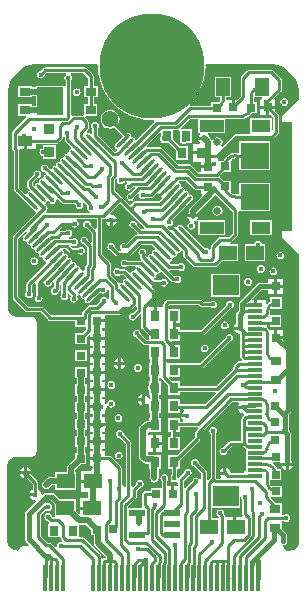
<source format=gbr>
%TF.GenerationSoftware,Altium Limited,Altium Designer,19.0.4 (130)*%
G04 Layer_Physical_Order=4*
G04 Layer_Color=16711680*
%FSLAX26Y26*%
%MOIN*%
%TF.FileFunction,Copper,L4,Bot,Signal*%
%TF.Part,Single*%
G01*
G75*
%TA.AperFunction,SMDPad,CuDef*%
%ADD12R,0.037992X0.031496*%
%ADD13R,0.047244X0.059055*%
%TA.AperFunction,Conductor*%
%ADD22C,0.010000*%
%ADD23C,0.020000*%
%ADD24C,0.015000*%
%TA.AperFunction,ComponentPad*%
%ADD25C,0.350000*%
%ADD26C,0.035000*%
%ADD27R,0.063000X0.039400*%
%ADD28R,0.082700X0.039400*%
%TA.AperFunction,TestPad*%
%ADD29C,0.017716*%
%TA.AperFunction,ViaPad*%
%ADD30C,0.025591*%
%TA.AperFunction,SMDPad,CuDef*%
%ADD31R,0.060000X0.050000*%
%ADD32R,0.031496X0.037992*%
%ADD33R,0.030000X0.030000*%
%ADD34R,0.055118X0.021654*%
%ADD35R,0.011811X0.015748*%
%ADD36R,0.050000X0.036000*%
%ADD37R,0.036000X0.036000*%
%ADD38C,0.055118*%
%ADD39R,0.030000X0.030000*%
%ADD40R,0.094488X0.086614*%
%ADD41R,0.037402X0.029528*%
%ADD42R,0.086614X0.094488*%
G04:AMPARAMS|DCode=43|XSize=9.842mil|YSize=61.024mil|CornerRadius=0mil|HoleSize=0mil|Usage=FLASHONLY|Rotation=225.000|XOffset=0mil|YOffset=0mil|HoleType=Round|Shape=Round|*
%AMOVALD43*
21,1,0.051181,0.009842,0.000000,0.000000,315.0*
1,1,0.009842,-0.018095,0.018095*
1,1,0.009842,0.018095,-0.018095*
%
%ADD43OVALD43*%

G04:AMPARAMS|DCode=44|XSize=9.842mil|YSize=61.024mil|CornerRadius=0mil|HoleSize=0mil|Usage=FLASHONLY|Rotation=135.000|XOffset=0mil|YOffset=0mil|HoleType=Round|Shape=Round|*
%AMOVALD44*
21,1,0.051181,0.009842,0.000000,0.000000,225.0*
1,1,0.009842,0.018095,0.018095*
1,1,0.009842,-0.018095,-0.018095*
%
%ADD44OVALD44*%

%ADD45R,0.051181X0.011811*%
%ADD46R,0.086614X0.070866*%
%TA.AperFunction,ConnectorPad*%
%ADD47R,0.013386X0.090551*%
%ADD48R,0.013386X0.090551*%
G36*
X4090610Y2794171D02*
X4108812Y2786632D01*
X4125193Y2775687D01*
X4139124Y2761756D01*
X4150069Y2745375D01*
X4157608Y2727173D01*
X4161452Y2707851D01*
Y2683297D01*
X4161257Y2682323D01*
X4160874Y2681405D01*
X4160319Y2680581D01*
X4159966Y2680231D01*
X4102658Y2622923D01*
Y2605175D01*
X4134432D01*
X4136276Y2604412D01*
X4137686Y2603001D01*
X4138450Y2601157D01*
Y2244862D01*
X4137686Y2243019D01*
X4136276Y2241608D01*
X4134432Y2240845D01*
X4102658D01*
Y2222077D01*
X4136339Y2188396D01*
X4136339Y2188396D01*
X4139875Y2184860D01*
X4156441Y2168294D01*
X4159966Y2164769D01*
X4159976Y2164758D01*
X4160839Y2162193D01*
X4161452Y2160360D01*
Y1208781D01*
X4161452Y1208754D01*
X4161451Y1208701D01*
X4161381Y1205406D01*
X4159965Y1198998D01*
X4157328Y1192988D01*
X4153569Y1187607D01*
X4148835Y1183062D01*
X4143305Y1179526D01*
X4137192Y1177136D01*
X4132333Y1176270D01*
X4129099Y1176123D01*
X4127401Y1176049D01*
X4127393Y1176049D01*
X4127393Y1176049D01*
X4122422Y1176048D01*
X4116902D01*
X4113046Y1181048D01*
X4113049Y1181063D01*
X4112351Y1184575D01*
X4110362Y1187552D01*
X4108171Y1189015D01*
X4108901Y1193309D01*
X4109147Y1193919D01*
X4114017Y1194888D01*
X4118270Y1197730D01*
X4121112Y1201983D01*
X4122110Y1207000D01*
X4121112Y1212017D01*
X4120582Y1212810D01*
Y1227330D01*
X4119690Y1231817D01*
X4117148Y1235620D01*
X4104123Y1248645D01*
Y1271559D01*
X4104123D01*
X4105213Y1274176D01*
X4110517Y1275204D01*
X4113983Y1272888D01*
X4119000Y1271890D01*
X4124017Y1272888D01*
X4128270Y1275730D01*
X4131112Y1279983D01*
X4132110Y1285000D01*
X4131112Y1290017D01*
X4128270Y1294270D01*
X4124017Y1297112D01*
X4119000Y1298110D01*
X4113983Y1297112D01*
X4109730Y1294270D01*
X4109667Y1294176D01*
X4108759D01*
X4104123Y1295055D01*
Y1334551D01*
X4082426D01*
X4066977Y1350000D01*
X4069048Y1355000D01*
X4103000D01*
Y1393000D01*
X4066695D01*
X4064689Y1396001D01*
X4063137Y1403804D01*
X4063176Y1404000D01*
Y1405341D01*
X4064000Y1410000D01*
X4102000D01*
Y1448000D01*
X4087718D01*
X4086492Y1450959D01*
X4079512Y1460055D01*
X4073068Y1465000D01*
X4074765Y1470000D01*
X4098030D01*
X4099365Y1468447D01*
X4139286D01*
X4138817Y1470805D01*
X4134649Y1477043D01*
X4132778Y1478293D01*
Y1565947D01*
X4131885Y1570435D01*
X4129344Y1574238D01*
X4125307Y1578275D01*
X4125833Y1579063D01*
X4126725Y1583550D01*
Y1631301D01*
X4131291Y1635867D01*
X4133833Y1639671D01*
X4134725Y1644158D01*
Y1780547D01*
Y1847000D01*
X4133833Y1851487D01*
X4131291Y1855291D01*
X4109000Y1877582D01*
Y1881000D01*
X4084000D01*
Y1886000D01*
X4079000D01*
Y1911000D01*
X4062204D01*
X4061822Y1912920D01*
X4057336Y1919635D01*
X4054084Y1921808D01*
X4055601Y1926808D01*
X4064000D01*
Y1922000D01*
X4102000D01*
Y1960000D01*
X4068283D01*
X4064180Y1965000D01*
X4064379Y1966000D01*
X4064176D01*
Y1973000D01*
X4064147Y1973147D01*
X4065631Y1980609D01*
X4067229Y1983000D01*
X4103000D01*
Y2021000D01*
X4065000D01*
Y2006261D01*
X4064836Y2006193D01*
X4056898Y2000102D01*
X4054897Y1997495D01*
X4049897Y1999192D01*
Y2010945D01*
X4019307D01*
Y1995039D01*
X4009307D01*
Y2010945D01*
X4006560D01*
X4004646Y2015564D01*
X4034357Y2045275D01*
X4058000D01*
Y2032000D01*
X4078000D01*
Y2057000D01*
Y2082000D01*
X4058000D01*
Y2068725D01*
X4029500D01*
X4025013Y2067833D01*
X4021209Y2065291D01*
X3963209Y2007291D01*
X3960667Y2003487D01*
X3959775Y1999000D01*
Y1976857D01*
X3954209Y1971291D01*
X3951667Y1967487D01*
X3950775Y1963000D01*
Y1932846D01*
X3948904Y1931596D01*
X3944736Y1925358D01*
X3944267Y1923000D01*
X3962500D01*
Y1913000D01*
X3944267D01*
X3944736Y1910642D01*
X3948904Y1904404D01*
X3955142Y1900236D01*
X3962500Y1898772D01*
X3963324Y1898096D01*
Y1882858D01*
Y1824858D01*
X3964022Y1821346D01*
X3966011Y1818369D01*
X3972015Y1812365D01*
X3972009Y1812045D01*
X3970462Y1807365D01*
X3960189D01*
X3956677Y1806667D01*
X3953700Y1804677D01*
X3945015Y1795992D01*
X3943026Y1793015D01*
X3942327Y1789504D01*
Y1782305D01*
X3884199Y1724176D01*
X3762683D01*
Y1740996D01*
X3736164D01*
X3726662Y1750498D01*
X3728733Y1755498D01*
X3762691D01*
Y1783314D01*
X3835490D01*
X3839002Y1784013D01*
X3841979Y1786002D01*
X3928889Y1872912D01*
X3929000Y1872890D01*
X3934017Y1873888D01*
X3938270Y1876730D01*
X3941112Y1880983D01*
X3942110Y1886000D01*
X3941112Y1891017D01*
X3938270Y1895270D01*
X3934017Y1898112D01*
X3929000Y1899110D01*
X3923983Y1898112D01*
X3919730Y1895270D01*
X3916888Y1891017D01*
X3915890Y1886000D01*
X3915912Y1885889D01*
X3831689Y1801667D01*
X3753691D01*
X3752805Y1801490D01*
X3724017D01*
X3723195Y1801491D01*
X3719017Y1803476D01*
Y1813513D01*
X3723195Y1815498D01*
X3762691D01*
Y1861490D01*
X3744487D01*
X3734098Y1871879D01*
X3736012Y1876498D01*
X3762691D01*
Y1893566D01*
X3837699D01*
X3841211Y1894265D01*
X3844188Y1896254D01*
X3930846Y1982912D01*
X3930957Y1982890D01*
X3935974Y1983888D01*
X3940227Y1986730D01*
X3943069Y1990983D01*
X3944067Y1996000D01*
X3943069Y2001017D01*
X3940227Y2005270D01*
X3935974Y2008112D01*
X3930957Y2009110D01*
X3925940Y2008112D01*
X3921687Y2005270D01*
X3918845Y2001017D01*
X3917847Y1996000D01*
X3917869Y1995889D01*
X3833898Y1911919D01*
X3762691D01*
Y1922490D01*
X3752119D01*
Y1936498D01*
X3762691D01*
Y1982490D01*
X3725176D01*
Y1991199D01*
X3728801Y1994824D01*
X3826199D01*
X3830511Y1990511D01*
X3833488Y1988522D01*
X3837000Y1987824D01*
X3865667D01*
X3865730Y1987730D01*
X3869983Y1984888D01*
X3875000Y1983890D01*
X3880017Y1984888D01*
X3884270Y1987730D01*
X3887112Y1991983D01*
X3888110Y1997000D01*
X3887112Y2002017D01*
X3884270Y2006270D01*
X3880017Y2009112D01*
X3875000Y2010110D01*
X3869983Y2009112D01*
X3865730Y2006270D01*
X3865667Y2006176D01*
X3840801D01*
X3836489Y2010489D01*
X3833512Y2012478D01*
X3830000Y2013176D01*
X3725000D01*
X3721488Y2012478D01*
X3718511Y2010489D01*
X3709511Y2001489D01*
X3707522Y1998512D01*
X3706824Y1995000D01*
Y1993024D01*
X3705699Y1988490D01*
X3689768D01*
X3689358Y1988764D01*
X3687000Y1989233D01*
Y1971000D01*
X3677000D01*
Y1989233D01*
X3674642Y1988764D01*
X3674232Y1988490D01*
X3663001D01*
X3661087Y1993110D01*
X3678989Y2011011D01*
X3680978Y2013988D01*
X3681676Y2017500D01*
Y2038957D01*
X3680978Y2042469D01*
X3678989Y2045446D01*
X3669140Y2055294D01*
X3669575Y2057396D01*
X3671315Y2060191D01*
X3701000D01*
X3701063Y2060097D01*
X3705316Y2057255D01*
X3710333Y2056257D01*
X3715350Y2057255D01*
X3719604Y2060097D01*
X3722445Y2064350D01*
X3723443Y2069367D01*
X3722445Y2074384D01*
X3719604Y2078637D01*
X3715350Y2081479D01*
X3710333Y2082477D01*
X3705316Y2081479D01*
X3701063Y2078637D01*
X3701000Y2078543D01*
X3678539D01*
X3678261Y2078669D01*
X3677801Y2079415D01*
X3677809Y2084515D01*
X3680760Y2086487D01*
X3682731Y2089438D01*
X3683424Y2092919D01*
X3683227Y2093907D01*
X3687259Y2097939D01*
X3688247Y2097742D01*
X3691728Y2098434D01*
X3694679Y2100406D01*
X3696651Y2103357D01*
X3697126Y2105749D01*
X3700253Y2107362D01*
X3702228Y2107718D01*
X3735435Y2074511D01*
X3738412Y2072522D01*
X3741924Y2071824D01*
X3745667D01*
X3745730Y2071730D01*
X3749983Y2068888D01*
X3755000Y2067890D01*
X3760017Y2068888D01*
X3764270Y2071730D01*
X3767112Y2075983D01*
X3768110Y2081000D01*
X3767112Y2086017D01*
X3764270Y2090270D01*
X3760017Y2093112D01*
X3755000Y2094110D01*
X3749983Y2093112D01*
X3745730Y2090270D01*
X3745640Y2090261D01*
X3727968Y2107933D01*
X3728296Y2109704D01*
X3730148Y2112824D01*
X3758667D01*
X3758730Y2112730D01*
X3762983Y2109888D01*
X3768000Y2108890D01*
X3773017Y2109888D01*
X3777270Y2112730D01*
X3780112Y2116983D01*
X3781110Y2122000D01*
X3780112Y2127017D01*
X3777270Y2131270D01*
X3773017Y2134112D01*
X3768000Y2135110D01*
X3762983Y2134112D01*
X3758730Y2131270D01*
X3758667Y2131176D01*
X3732675D01*
X3729218Y2134634D01*
X3729498Y2136364D01*
X3731187Y2139735D01*
X3733486Y2140193D01*
X3736437Y2142164D01*
X3738409Y2145115D01*
X3739101Y2148596D01*
X3738905Y2149585D01*
X3742936Y2153616D01*
X3743925Y2153420D01*
X3747406Y2154112D01*
X3750357Y2156084D01*
X3752329Y2159035D01*
X3753021Y2162516D01*
X3752824Y2163504D01*
X3756856Y2167536D01*
X3757844Y2167339D01*
X3761325Y2168031D01*
X3764276Y2170003D01*
X3766248Y2172954D01*
X3766724Y2175346D01*
X3769851Y2176959D01*
X3771825Y2177316D01*
X3775620Y2173521D01*
Y2159204D01*
X3776318Y2155692D01*
X3778307Y2152715D01*
X3806511Y2124511D01*
X3809488Y2122522D01*
X3813000Y2121824D01*
X3881307D01*
X3884818Y2122522D01*
X3887796Y2124511D01*
X3903284Y2140000D01*
X3958307D01*
Y2198000D01*
X3931379D01*
X3930886Y2203000D01*
X3933512Y2203522D01*
X3936489Y2205511D01*
X3955386Y2224409D01*
X3957375Y2227386D01*
X3958074Y2230898D01*
Y2304613D01*
X3961756Y2307795D01*
X4064244D01*
Y2402410D01*
X3961756D01*
Y2364279D01*
X3948898D01*
X3948461Y2364192D01*
X3938988Y2366076D01*
X3936453Y2367770D01*
X3933000Y2371000D01*
X3933000D01*
X3933000Y2371000D01*
Y2409000D01*
X3907977D01*
X3896489Y2420489D01*
X3896483Y2426506D01*
X3907977Y2438000D01*
X3933000D01*
Y2476000D01*
X3933000Y2476000D01*
X3933000D01*
X3935977Y2479592D01*
X3936585Y2480058D01*
X3943006Y2482718D01*
X3949898Y2483625D01*
Y2483721D01*
X3961756D01*
Y2445590D01*
X4064244D01*
Y2540205D01*
X3961756D01*
Y2502074D01*
X3949898D01*
Y2502285D01*
X3938177Y2500742D01*
X3927255Y2496218D01*
X3917876Y2489021D01*
X3910680Y2479642D01*
X3909171Y2476000D01*
X3895000D01*
X3891081Y2478609D01*
X3890563Y2478954D01*
X3891619Y2484263D01*
X3892409Y2484420D01*
X3895386Y2486409D01*
X3955801Y2546824D01*
X4069213D01*
X4072724Y2547522D01*
X4075701Y2549511D01*
X4090489Y2564299D01*
X4092478Y2567276D01*
X4093176Y2570787D01*
Y2626000D01*
X4092478Y2629512D01*
X4090489Y2632489D01*
X4081000Y2641977D01*
Y2649000D01*
X4061000D01*
Y2629000D01*
X4068023D01*
X4074824Y2622199D01*
Y2579362D01*
X4074372Y2579060D01*
X4069372Y2581733D01*
Y2616771D01*
X3998372D01*
Y2570176D01*
X3998372Y2569371D01*
X3996429Y2565176D01*
X3952000D01*
X3948488Y2564478D01*
X3945511Y2562489D01*
X3905925Y2522903D01*
X3902041Y2526090D01*
X3904806Y2530227D01*
X3906109Y2536780D01*
X3904806Y2543333D01*
X3901094Y2548889D01*
X3895538Y2552601D01*
X3888985Y2553904D01*
X3882432Y2552601D01*
X3876876Y2548889D01*
X3874018Y2544611D01*
X3872964Y2544325D01*
X3869508Y2544327D01*
X3868462Y2544611D01*
X3866220Y2547968D01*
X3866219Y2547968D01*
X3862990Y2551197D01*
X3861764Y2557358D01*
X3857596Y2563596D01*
X3856440Y2564368D01*
X3857957Y2569368D01*
X3914635D01*
Y2615824D01*
X3973000D01*
Y2615681D01*
X3982659Y2616952D01*
X3991660Y2620680D01*
X3999389Y2626611D01*
X4005058Y2634000D01*
X4020000D01*
Y2672000D01*
X4010176D01*
Y2687000D01*
X4010271D01*
X4010597Y2689472D01*
X4036702D01*
X4038177Y2685247D01*
X4038321Y2684472D01*
X4034665Y2679000D01*
X4031000D01*
Y2659000D01*
X4056000D01*
Y2654000D01*
D01*
Y2659000D01*
X4081000D01*
Y2679000D01*
X4079802D01*
X4077888Y2683619D01*
X4100489Y2706220D01*
X4102478Y2709197D01*
X4103176Y2712708D01*
Y2745000D01*
X4102478Y2748512D01*
X4100489Y2751489D01*
X4075489Y2776489D01*
X4072512Y2778478D01*
X4069000Y2779176D01*
X3993000D01*
X3989488Y2778478D01*
X3986511Y2776489D01*
X3968511Y2758489D01*
X3966522Y2755512D01*
X3965824Y2752000D01*
Y2691801D01*
X3953023Y2679000D01*
X3946000D01*
Y2654000D01*
X3936000D01*
Y2679000D01*
X3916255D01*
Y2689472D01*
X3934701D01*
Y2756528D01*
X3879457D01*
Y2689472D01*
X3897902D01*
Y2674079D01*
X3897805D01*
X3897392Y2672000D01*
X3867000D01*
Y2659176D01*
X3799889D01*
X3798794Y2660607D01*
X3797738Y2664176D01*
X3812315Y2680798D01*
X3825351Y2700308D01*
X3835729Y2721353D01*
X3843272Y2743572D01*
X3847849Y2766586D01*
X3849384Y2790000D01*
X3849098Y2794366D01*
X3852516Y2798015D01*
X4061437Y2798015D01*
X4071287D01*
X4090610Y2794171D01*
D02*
G37*
G36*
X3457824Y2753199D02*
Y2724764D01*
X3444299D01*
Y2687236D01*
X3457824D01*
Y2663264D01*
X3443299D01*
Y2629839D01*
X3438299Y2626117D01*
X3438000Y2626176D01*
X3407000D01*
X3406176Y2626012D01*
X3401176Y2629489D01*
Y2742667D01*
X3401270Y2742730D01*
X3404112Y2746983D01*
X3405110Y2752000D01*
X3404112Y2757017D01*
X3401270Y2761270D01*
X3400099Y2768006D01*
X3400671Y2768824D01*
X3442199D01*
X3457824Y2753199D01*
D02*
G37*
G36*
X3490902Y2794366D02*
X3490616Y2790000D01*
X3492151Y2766586D01*
X3496728Y2743572D01*
X3504271Y2721353D01*
X3514649Y2700308D01*
X3527685Y2680798D01*
X3543156Y2663156D01*
X3560798Y2647685D01*
X3580308Y2634649D01*
X3601353Y2624271D01*
X3623572Y2616728D01*
X3646586Y2612151D01*
X3670000Y2610616D01*
X3676921Y2611070D01*
X3679126Y2606203D01*
X3618712Y2545789D01*
X3616736Y2546145D01*
X3613610Y2547758D01*
X3613134Y2550151D01*
X3611162Y2553101D01*
X3608211Y2555073D01*
X3604731Y2555765D01*
X3603742Y2555569D01*
X3599711Y2559600D01*
X3599907Y2560589D01*
X3599215Y2564070D01*
X3597243Y2567021D01*
X3594292Y2568993D01*
X3590811Y2569685D01*
X3588430Y2569211D01*
X3558857Y2598785D01*
X3561747Y2605762D01*
X3562831Y2614000D01*
X3561747Y2622238D01*
X3558567Y2629916D01*
X3553508Y2636508D01*
X3546916Y2641567D01*
X3539238Y2644747D01*
X3531000Y2645831D01*
X3522762Y2644747D01*
X3515084Y2641567D01*
X3508492Y2636508D01*
X3503433Y2629916D01*
X3500253Y2622238D01*
X3499169Y2614000D01*
X3500253Y2605762D01*
X3503433Y2598084D01*
X3508492Y2591492D01*
X3515084Y2586433D01*
X3522762Y2583253D01*
X3531000Y2582169D01*
X3539238Y2583253D01*
X3545741Y2585947D01*
X3574466Y2557221D01*
X3566227Y2548982D01*
X3565999Y2548640D01*
X3548189Y2530830D01*
X3546217Y2527879D01*
X3545525Y2524398D01*
X3546217Y2520918D01*
X3548189Y2517967D01*
X3551140Y2515995D01*
X3553439Y2515538D01*
X3555128Y2512167D01*
X3555408Y2510436D01*
X3551149Y2506176D01*
X3545810D01*
X3490176Y2561810D01*
Y2582747D01*
X3490270Y2582810D01*
X3493112Y2587063D01*
X3494110Y2592080D01*
X3493112Y2597097D01*
X3490270Y2601350D01*
X3486017Y2604192D01*
X3481000Y2605190D01*
X3475983Y2604192D01*
X3471730Y2601350D01*
X3468888Y2597097D01*
X3467890Y2592080D01*
X3468888Y2587063D01*
X3471730Y2582810D01*
X3471824Y2582747D01*
Y2565369D01*
X3467204Y2563455D01*
X3463639Y2567021D01*
X3460688Y2568993D01*
X3457207Y2569685D01*
X3454119Y2569071D01*
X3453827Y2569294D01*
X3452629Y2574652D01*
X3456489Y2578511D01*
X3458478Y2581488D01*
X3459176Y2585000D01*
Y2605000D01*
X3458478Y2608512D01*
X3456489Y2611489D01*
X3447241Y2620736D01*
X3449312Y2625736D01*
X3488701D01*
Y2663264D01*
X3476176D01*
Y2687236D01*
X3489701D01*
Y2724764D01*
X3476176D01*
Y2757000D01*
X3475478Y2760512D01*
X3473489Y2763489D01*
X3452489Y2784489D01*
X3449512Y2786478D01*
X3446000Y2787176D01*
X3315000D01*
X3311488Y2786478D01*
X3308511Y2784489D01*
X3300111Y2776088D01*
X3300000Y2776110D01*
X3294983Y2775112D01*
X3290730Y2772270D01*
X3287888Y2768017D01*
X3286890Y2763000D01*
X3287888Y2757983D01*
X3290730Y2753730D01*
X3294983Y2750888D01*
X3300000Y2749890D01*
X3305017Y2750888D01*
X3309270Y2753730D01*
X3312112Y2757983D01*
X3313110Y2763000D01*
X3313088Y2763111D01*
X3318801Y2768824D01*
X3383329D01*
X3383901Y2768006D01*
X3382730Y2761270D01*
X3379888Y2757017D01*
X3378890Y2752000D01*
X3379888Y2746983D01*
X3382730Y2742730D01*
X3382824Y2742667D01*
Y2729787D01*
X3379307Y2726244D01*
X3284693D01*
Y2720274D01*
X3269701D01*
Y2724764D01*
X3224299D01*
Y2687236D01*
X3269701D01*
Y2691726D01*
X3284693D01*
Y2658774D01*
X3269701D01*
Y2663264D01*
X3224299D01*
Y2625736D01*
X3249688D01*
X3251759Y2620736D01*
X3206511Y2575489D01*
X3204522Y2572512D01*
X3203824Y2569000D01*
Y2517000D01*
X3204522Y2513488D01*
X3206511Y2510511D01*
X3209824Y2507199D01*
Y2381213D01*
X3210522Y2377701D01*
X3212511Y2374724D01*
X3260022Y2327214D01*
X3260364Y2326985D01*
X3278174Y2309175D01*
X3281125Y2307203D01*
X3281984Y2307032D01*
X3283630Y2301607D01*
X3208511Y2226489D01*
X3206522Y2223512D01*
X3205824Y2220000D01*
Y2020000D01*
X3206522Y2016488D01*
X3208511Y2013511D01*
X3248511Y1973511D01*
X3251488Y1971522D01*
X3255000Y1970824D01*
X3299199D01*
X3325511Y1944511D01*
X3328488Y1942522D01*
X3332000Y1941824D01*
X3415000D01*
Y1922000D01*
X3452207D01*
Y1914184D01*
X3440023Y1902000D01*
X3415000D01*
Y1864000D01*
X3453000D01*
Y1889023D01*
X3459381Y1895403D01*
X3464000Y1893490D01*
Y1889000D01*
X3514000D01*
Y1909000D01*
X3502774D01*
Y1917000D01*
X3514000D01*
Y1937000D01*
X3489000D01*
Y1947000D01*
X3514000D01*
Y1961824D01*
X3560000D01*
X3563512Y1962522D01*
X3566489Y1964511D01*
X3578801Y1976824D01*
X3597000D01*
X3600512Y1977522D01*
X3603489Y1979511D01*
X3614824Y1990847D01*
X3619824Y1988775D01*
Y1981801D01*
X3607111Y1969088D01*
X3607000Y1969110D01*
X3601983Y1968112D01*
X3597730Y1965270D01*
X3594888Y1961017D01*
X3593890Y1956000D01*
X3594888Y1950983D01*
X3597730Y1946730D01*
X3601983Y1943888D01*
X3607000Y1942890D01*
X3612017Y1943888D01*
X3616270Y1946730D01*
X3619112Y1950983D01*
X3620110Y1956000D01*
X3620088Y1956111D01*
X3630204Y1966227D01*
X3634824Y1964314D01*
Y1922500D01*
X3635522Y1918988D01*
X3637511Y1916011D01*
X3660203Y1893320D01*
Y1879675D01*
X3651303D01*
X3632735Y1898242D01*
X3633110Y1900126D01*
X3632112Y1905143D01*
X3629270Y1909396D01*
X3625017Y1912238D01*
X3620000Y1913236D01*
X3614983Y1912238D01*
X3610730Y1909396D01*
X3607888Y1905143D01*
X3606890Y1900126D01*
X3607888Y1895109D01*
X3610730Y1890856D01*
X3614983Y1888014D01*
X3617512Y1887511D01*
X3641013Y1864010D01*
X3643990Y1862021D01*
X3647502Y1861322D01*
X3660203D01*
Y1815498D01*
X3665677D01*
Y1801490D01*
X3660203D01*
Y1755498D01*
X3665673D01*
Y1740996D01*
X3660195D01*
Y1726973D01*
X3658888Y1725017D01*
X3657890Y1720000D01*
X3658888Y1714983D01*
X3660195Y1713027D01*
Y1695004D01*
X3665673D01*
Y1683532D01*
X3664759Y1682618D01*
X3659222Y1684152D01*
X3659128Y1684527D01*
X3658764Y1686358D01*
X3654596Y1692596D01*
X3648358Y1696764D01*
X3646000Y1697233D01*
Y1679000D01*
Y1660767D01*
X3648358Y1661236D01*
X3654596Y1665404D01*
X3655260Y1666398D01*
X3660260Y1664881D01*
Y1634004D01*
X3665673D01*
Y1617490D01*
X3660195D01*
Y1611852D01*
X3656494Y1608769D01*
X3651032Y1607682D01*
X3646401Y1604588D01*
X3646401Y1604588D01*
X3631907Y1590093D01*
X3628812Y1585463D01*
X3627726Y1580000D01*
X3627726Y1579999D01*
Y1489001D01*
X3627726Y1489000D01*
X3628812Y1483537D01*
X3631907Y1478907D01*
X3640910Y1469903D01*
X3640910Y1469902D01*
X3645541Y1466808D01*
X3651004Y1465722D01*
X3651005Y1465722D01*
X3661252D01*
Y1448004D01*
X3664726D01*
Y1416779D01*
X3665812Y1411317D01*
X3668907Y1406686D01*
X3669095Y1406560D01*
Y1404905D01*
X3671571D01*
X3673537Y1403592D01*
X3679000Y1402505D01*
X3684463Y1403592D01*
X3686429Y1404905D01*
X3688905D01*
Y1406560D01*
X3689093Y1406686D01*
X3692188Y1411317D01*
X3693274Y1416779D01*
Y1448004D01*
X3700748D01*
Y1493996D01*
X3676631D01*
X3675252Y1494270D01*
X3675251Y1494270D01*
X3656917D01*
X3656274Y1494913D01*
Y1504498D01*
X3674951D01*
Y1533494D01*
Y1562490D01*
X3656274D01*
Y1568892D01*
X3660195Y1571498D01*
X3699691D01*
Y1617490D01*
X3694221D01*
Y1634004D01*
X3699756D01*
Y1679996D01*
X3694221D01*
Y1695004D01*
X3699691D01*
Y1740996D01*
X3694221D01*
Y1751963D01*
X3695282Y1753024D01*
X3701080Y1751751D01*
X3701298Y1751160D01*
X3701363Y1750830D01*
X3703352Y1747853D01*
X3723187Y1728019D01*
Y1695004D01*
X3762683D01*
Y1705824D01*
X3881775D01*
X3883847Y1700824D01*
X3848199Y1665176D01*
X3762748D01*
Y1679996D01*
X3723252D01*
Y1634004D01*
X3762748D01*
Y1646824D01*
X3775221D01*
X3776738Y1641824D01*
X3773404Y1639596D01*
X3769236Y1633358D01*
X3768767Y1631000D01*
X3787000D01*
Y1621000D01*
X3768767D01*
X3769236Y1618642D01*
X3773404Y1612404D01*
X3775241Y1611176D01*
X3773724Y1606176D01*
X3762683D01*
Y1617490D01*
X3723187D01*
Y1571498D01*
X3733759D01*
Y1556490D01*
X3723195D01*
Y1510498D01*
X3762691D01*
Y1556490D01*
X3752111D01*
Y1571498D01*
X3762683D01*
Y1587824D01*
X3822775D01*
X3823236Y1587320D01*
X3825183Y1583160D01*
X3816511Y1574489D01*
X3814522Y1571512D01*
X3813824Y1568000D01*
Y1553809D01*
X3754011Y1493996D01*
X3724244D01*
Y1448004D01*
X3735824D01*
Y1428653D01*
X3735095D01*
Y1404905D01*
X3754905D01*
X3758412Y1401358D01*
Y1391000D01*
X3745000D01*
Y1366000D01*
X3735000D01*
Y1391000D01*
X3721086D01*
Y1408667D01*
X3721180Y1408730D01*
X3724022Y1412983D01*
X3725020Y1418000D01*
X3724022Y1423017D01*
X3721180Y1427270D01*
X3716927Y1430112D01*
X3711910Y1431110D01*
X3706893Y1430112D01*
X3702640Y1427270D01*
X3699798Y1423017D01*
X3698800Y1418000D01*
X3699798Y1412983D01*
X3702640Y1408730D01*
X3702734Y1408667D01*
Y1384000D01*
X3666000D01*
Y1374176D01*
X3646000D01*
X3642488Y1373478D01*
X3639511Y1371489D01*
X3637522Y1368512D01*
X3636824Y1365000D01*
Y1328000D01*
X3637522Y1324488D01*
X3638764Y1322630D01*
X3637006Y1317630D01*
X3591617D01*
Y1324085D01*
X3617453Y1349920D01*
X3619442Y1352897D01*
X3620141Y1356409D01*
Y1376163D01*
X3629889Y1385912D01*
X3630000Y1385890D01*
X3635017Y1386888D01*
X3639270Y1389730D01*
X3642112Y1393983D01*
X3643110Y1399000D01*
X3642112Y1404017D01*
X3639270Y1408270D01*
X3635017Y1411112D01*
X3630000Y1412110D01*
X3624983Y1411112D01*
X3620730Y1408270D01*
X3617888Y1404017D01*
X3616890Y1399000D01*
X3616912Y1398889D01*
X3606176Y1388154D01*
X3601176Y1390225D01*
Y1536000D01*
X3600478Y1539512D01*
X3598489Y1542489D01*
X3576088Y1564889D01*
X3576110Y1565000D01*
X3575112Y1570017D01*
X3572270Y1574270D01*
X3568017Y1577112D01*
X3563000Y1578110D01*
X3557983Y1577112D01*
X3553730Y1574270D01*
X3550888Y1570017D01*
X3549890Y1565000D01*
X3550888Y1559983D01*
X3553730Y1555730D01*
X3557983Y1552888D01*
X3563000Y1551890D01*
X3563111Y1551912D01*
X3582824Y1532199D01*
Y1389551D01*
X3577824Y1389059D01*
X3577764Y1389358D01*
X3573596Y1395596D01*
X3569176Y1398549D01*
Y1452000D01*
X3568478Y1455512D01*
X3566489Y1458489D01*
X3534489Y1490489D01*
X3531512Y1492478D01*
X3528000Y1493176D01*
X3513000D01*
Y1509000D01*
X3502774D01*
Y1516000D01*
X3514000D01*
Y1536000D01*
X3489000D01*
X3464000D01*
Y1516000D01*
X3474226D01*
Y1509000D01*
X3463000D01*
Y1489000D01*
X3488000D01*
Y1479000D01*
X3463000D01*
Y1459000D01*
X3472025D01*
X3473338Y1454000D01*
X3470236Y1449358D01*
X3468971Y1443000D01*
X3433000D01*
Y1413000D01*
X3473000D01*
Y1403000D01*
X3433000D01*
Y1373000D01*
X3458726D01*
Y1352954D01*
X3431918D01*
Y1322954D01*
X3471918D01*
Y1312954D01*
X3431918D01*
Y1299673D01*
X3427298Y1297760D01*
X3415918Y1309140D01*
Y1346954D01*
X3364500D01*
X3347162Y1364291D01*
X3343358Y1366833D01*
X3338871Y1367725D01*
X3316000D01*
X3311513Y1366833D01*
X3307709Y1364291D01*
X3305818Y1362400D01*
X3300916Y1364569D01*
X3299764Y1370358D01*
X3295596Y1376596D01*
X3291176Y1379549D01*
Y1403000D01*
X3290478Y1406512D01*
X3288489Y1409489D01*
X3267191Y1430786D01*
X3267233Y1431000D01*
X3254000D01*
Y1417767D01*
X3254213Y1417809D01*
X3272824Y1399199D01*
Y1379549D01*
X3268404Y1376596D01*
X3264236Y1370358D01*
X3263767Y1368000D01*
X3282000D01*
Y1358000D01*
X3263767D01*
X3264236Y1355642D01*
X3268404Y1349404D01*
X3274642Y1345236D01*
X3280431Y1344084D01*
X3282600Y1339182D01*
X3251118Y1307700D01*
X3248576Y1303896D01*
X3247684Y1299409D01*
Y1214591D01*
X3248576Y1210104D01*
X3251118Y1206300D01*
X3262467Y1194951D01*
X3260131Y1190215D01*
X3259409Y1190311D01*
Y1190239D01*
X3237731D01*
X3234219Y1189541D01*
X3231242Y1187552D01*
X3229253Y1184575D01*
X3228555Y1181063D01*
X3228558Y1181048D01*
X3224702Y1176048D01*
X3221650D01*
X3221079Y1176113D01*
X3220520Y1176244D01*
X3219980Y1176437D01*
X3219722Y1176563D01*
Y1176564D01*
X3216554Y1176790D01*
X3210418Y1178431D01*
X3204701Y1181201D01*
X3199610Y1185000D01*
X3195327Y1189691D01*
X3192007Y1195107D01*
X3189768Y1201051D01*
X3188985Y1205608D01*
X3188837Y1208737D01*
X3188755Y1210536D01*
X3188755Y1210544D01*
X3188755D01*
X3188754Y1215515D01*
Y1456731D01*
X3188687Y1456926D01*
X3188586Y1457327D01*
X3188519Y1457734D01*
X3188485Y1458145D01*
Y1461307D01*
X3189638Y1467106D01*
X3191901Y1472569D01*
X3195186Y1477485D01*
X3199367Y1481666D01*
X3204283Y1484950D01*
X3209745Y1487213D01*
X3215544Y1488366D01*
X3264486D01*
X3264712Y1488465D01*
X3265181Y1488618D01*
X3265663Y1488724D01*
X3266152Y1488783D01*
X3266399Y1488787D01*
X3270240Y1489239D01*
X3277308Y1492293D01*
X3282697Y1497791D01*
X3285607Y1504919D01*
X3285982Y1508768D01*
Y1936832D01*
X3286033Y1937337D01*
X3286135Y1937835D01*
X3286287Y1938320D01*
X3286387Y1938553D01*
X3285721Y1942049D01*
X3282602Y1948415D01*
X3277457Y1953291D01*
X3270933Y1956065D01*
X3267407Y1956542D01*
X3267407Y1956542D01*
X3267262Y1956507D01*
X3266970Y1956455D01*
X3266675Y1956420D01*
X3266379Y1956402D01*
X3220653D01*
X3220635Y1956403D01*
X3220579Y1956398D01*
X3220466Y1956390D01*
X3220354Y1956385D01*
X3220241Y1956382D01*
X3217259D01*
X3211521Y1957524D01*
X3206116Y1959763D01*
X3201252Y1963013D01*
X3197115Y1967150D01*
X3193865Y1972014D01*
X3191626Y1977419D01*
X3190485Y1983157D01*
Y1986082D01*
Y2698493D01*
X3190573Y2699309D01*
X3190573D01*
X3190572Y2699309D01*
X3190712Y2709080D01*
X3194765Y2728200D01*
X3202438Y2746176D01*
X3213441Y2762329D01*
X3227360Y2776050D01*
X3243669Y2786821D01*
X3261753Y2794236D01*
X3280929Y2798015D01*
X3290701D01*
X3487484Y2798015D01*
X3490902Y2794366D01*
D02*
G37*
G36*
X3823935Y2569368D02*
X3830043D01*
X3831560Y2564368D01*
X3830404Y2563596D01*
X3826236Y2557358D01*
X3825767Y2555000D01*
X3844000D01*
Y2545000D01*
X3825767D01*
X3826236Y2542642D01*
X3830404Y2536404D01*
X3831015Y2535996D01*
X3829498Y2530996D01*
X3808244D01*
Y2507000D01*
X3833992D01*
Y2497000D01*
X3808244D01*
Y2473004D01*
X3834000D01*
Y2461000D01*
X3859000D01*
Y2451000D01*
X3834000D01*
Y2438176D01*
X3824227D01*
X3800915Y2461489D01*
X3797938Y2463478D01*
X3794426Y2464176D01*
X3757801D01*
X3702489Y2519489D01*
X3699512Y2521478D01*
X3696000Y2522176D01*
X3655963D01*
X3654111Y2525296D01*
X3653783Y2527067D01*
X3696633Y2569917D01*
X3701252Y2568003D01*
Y2559396D01*
X3701063Y2559270D01*
X3698221Y2555017D01*
X3697223Y2550000D01*
X3698221Y2544983D01*
X3701063Y2540730D01*
X3701252Y2540604D01*
Y2534004D01*
X3727771D01*
X3751252Y2510523D01*
Y2479004D01*
X3790748D01*
Y2524996D01*
X3762733D01*
X3740748Y2546981D01*
Y2577824D01*
X3755213D01*
X3758725Y2578522D01*
X3759244Y2578869D01*
X3764244Y2576197D01*
Y2534004D01*
X3772312D01*
X3773983Y2532888D01*
X3779000Y2531890D01*
X3784017Y2532888D01*
X3785688Y2534004D01*
X3803740D01*
Y2579996D01*
X3768258D01*
X3766186Y2584996D01*
X3797014Y2615824D01*
X3823935D01*
Y2569368D01*
D02*
G37*
G36*
X3379824Y2556429D02*
Y2545391D01*
X3380522Y2541879D01*
X3382511Y2538902D01*
X3402503Y2518911D01*
X3402061Y2516685D01*
X3400533Y2513809D01*
X3398048Y2513315D01*
X3395097Y2511343D01*
X3393126Y2508392D01*
X3392433Y2504911D01*
X3392630Y2503923D01*
X3388599Y2499891D01*
X3387610Y2500088D01*
X3384129Y2499395D01*
X3381178Y2497424D01*
X3379206Y2494473D01*
X3378514Y2490992D01*
X3378711Y2490003D01*
X3374679Y2485972D01*
X3373690Y2486168D01*
X3370209Y2485476D01*
X3367259Y2483504D01*
X3365287Y2480553D01*
X3364595Y2477072D01*
X3364791Y2476084D01*
X3360760Y2472052D01*
X3359771Y2472249D01*
X3356290Y2471557D01*
X3353339Y2469585D01*
X3351367Y2466634D01*
X3350675Y2463153D01*
X3350872Y2462164D01*
X3346840Y2458133D01*
X3345852Y2458329D01*
X3342371Y2457637D01*
X3339420Y2455665D01*
X3337448Y2452715D01*
X3336954Y2450229D01*
X3334078Y2448702D01*
X3331852Y2448260D01*
X3325365Y2454747D01*
X3325112Y2456017D01*
X3322270Y2460270D01*
X3318017Y2463112D01*
X3313000Y2464110D01*
X3307983Y2463112D01*
X3303730Y2460270D01*
X3300888Y2456017D01*
X3299890Y2451000D01*
X3300888Y2445983D01*
X3303730Y2441730D01*
X3307983Y2438888D01*
X3313000Y2437890D01*
X3315206Y2438329D01*
X3318723Y2434879D01*
X3318520Y2433627D01*
X3316831Y2430256D01*
X3314532Y2429798D01*
X3311581Y2427827D01*
X3309609Y2424876D01*
X3308917Y2421395D01*
X3309113Y2420406D01*
X3305082Y2416375D01*
X3304093Y2416571D01*
X3300612Y2415879D01*
X3297662Y2413907D01*
X3295690Y2410956D01*
X3294997Y2407475D01*
X3295194Y2406487D01*
X3291162Y2402455D01*
X3290174Y2402652D01*
X3286693Y2401959D01*
X3283742Y2399988D01*
X3281770Y2397037D01*
X3281313Y2394738D01*
X3277942Y2393048D01*
X3276970Y2392891D01*
X3273176Y2396323D01*
Y2402199D01*
X3288889Y2417912D01*
X3289000Y2417890D01*
X3294017Y2418888D01*
X3298270Y2421730D01*
X3301112Y2425983D01*
X3302110Y2431000D01*
X3301112Y2436017D01*
X3298270Y2440270D01*
X3294017Y2443112D01*
X3289000Y2444110D01*
X3283983Y2443112D01*
X3279730Y2440270D01*
X3276888Y2436017D01*
X3275890Y2431000D01*
X3275912Y2430889D01*
X3257511Y2412489D01*
X3255522Y2409512D01*
X3254824Y2406000D01*
Y2392002D01*
X3255522Y2388491D01*
X3257511Y2385514D01*
X3263309Y2379717D01*
X3262867Y2377491D01*
X3261339Y2374615D01*
X3258854Y2374121D01*
X3255903Y2372149D01*
X3253931Y2369198D01*
X3253456Y2366806D01*
X3250329Y2365193D01*
X3248354Y2364836D01*
X3228176Y2385014D01*
Y2511000D01*
X3232678Y2514000D01*
X3244000D01*
Y2542000D01*
X3254000D01*
Y2514000D01*
X3284000D01*
Y2532824D01*
X3353000D01*
X3356512Y2533522D01*
X3359489Y2535511D01*
X3370989Y2547011D01*
X3372978Y2549988D01*
X3373676Y2553500D01*
Y2554915D01*
X3378676Y2557336D01*
X3379824Y2556429D01*
D02*
G37*
G36*
X3371706Y2333511D02*
X3374683Y2331522D01*
X3378194Y2330824D01*
X3412169D01*
X3415890Y2328000D01*
X3416888Y2322983D01*
X3419730Y2318730D01*
X3423983Y2315888D01*
X3429000Y2314890D01*
X3434017Y2315888D01*
X3438270Y2318730D01*
X3441112Y2322983D01*
X3442110Y2328000D01*
X3441112Y2333017D01*
X3439284Y2335752D01*
X3443168Y2338940D01*
X3455571Y2326537D01*
X3453888Y2324017D01*
X3452890Y2319000D01*
X3453888Y2313983D01*
X3456730Y2309730D01*
X3460983Y2306888D01*
X3464560Y2306176D01*
X3464068Y2301176D01*
X3318462D01*
X3316945Y2306176D01*
X3319270Y2307730D01*
X3322112Y2311983D01*
X3323110Y2317000D01*
X3322112Y2322017D01*
X3319270Y2326270D01*
X3315017Y2329112D01*
X3314852Y2329731D01*
X3315926Y2335042D01*
X3318877Y2337014D01*
X3320849Y2339965D01*
X3321242Y2341941D01*
X3326340Y2341941D01*
X3326729Y2339983D01*
X3329571Y2335730D01*
X3333824Y2332888D01*
X3338841Y2331890D01*
X3343858Y2332888D01*
X3348111Y2335730D01*
X3350953Y2339983D01*
X3351951Y2345000D01*
X3351655Y2346491D01*
X3356263Y2348954D01*
X3371706Y2333511D01*
D02*
G37*
G36*
X3555093Y2413831D02*
X3554331Y2410000D01*
X3555329Y2404983D01*
X3558171Y2400730D01*
X3562424Y2397888D01*
X3567441Y2396890D01*
X3572458Y2397888D01*
X3576711Y2400730D01*
X3579553Y2404983D01*
X3579919Y2406824D01*
X3585592D01*
X3589450Y2401824D01*
X3589340Y2401407D01*
X3587857Y2401112D01*
X3583604Y2398270D01*
X3580762Y2394017D01*
X3579764Y2389000D01*
X3580762Y2383983D01*
X3583604Y2379730D01*
X3587857Y2376888D01*
X3592874Y2375890D01*
X3597891Y2376888D01*
X3602144Y2379730D01*
X3604986Y2383983D01*
X3605984Y2389000D01*
X3610858Y2389824D01*
X3614211D01*
X3616125Y2385204D01*
X3599111Y2368191D01*
X3599000Y2368213D01*
X3593983Y2367215D01*
X3589730Y2364373D01*
X3586888Y2360119D01*
X3585890Y2355102D01*
X3586888Y2350085D01*
X3589730Y2345832D01*
X3593983Y2342990D01*
X3599000Y2341992D01*
X3604017Y2342990D01*
X3608270Y2345832D01*
X3611112Y2350085D01*
X3612110Y2355102D01*
X3612088Y2355213D01*
X3623219Y2366344D01*
X3627621Y2363675D01*
X3626890Y2360000D01*
X3627888Y2354983D01*
X3630730Y2350730D01*
X3634983Y2347888D01*
X3640000Y2346890D01*
X3645017Y2347888D01*
X3649270Y2350730D01*
X3649333Y2350824D01*
X3668611D01*
X3672122Y2351522D01*
X3675099Y2353511D01*
X3688829Y2367241D01*
X3693088Y2365949D01*
X3693856Y2365197D01*
X3694144Y2364766D01*
X3722294Y2392916D01*
X3729365Y2385845D01*
X3701216Y2357695D01*
X3701647Y2357407D01*
X3702399Y2356638D01*
X3703691Y2352380D01*
X3692488Y2341176D01*
X3615555D01*
X3612043Y2340478D01*
X3609066Y2338489D01*
X3597277Y2326700D01*
X3570489Y2353488D01*
X3570489Y2353489D01*
X3547176Y2376801D01*
Y2412986D01*
X3550912Y2416722D01*
X3555093Y2413831D01*
D02*
G37*
G36*
X3644847Y2253176D02*
X3642775Y2248176D01*
X3635801D01*
X3621088Y2262889D01*
X3621110Y2263000D01*
X3620112Y2268017D01*
X3617270Y2272270D01*
X3613017Y2275112D01*
X3608000Y2276110D01*
X3602983Y2275112D01*
X3598730Y2272270D01*
X3595888Y2268017D01*
X3594890Y2263000D01*
X3595888Y2257983D01*
X3598730Y2253730D01*
X3602983Y2250888D01*
X3608000Y2249890D01*
X3608111Y2249912D01*
X3623847Y2234176D01*
X3621775Y2229176D01*
X3617787D01*
X3614275Y2228478D01*
X3611298Y2226489D01*
X3584557Y2199747D01*
X3581017Y2202112D01*
X3576000Y2203110D01*
X3570983Y2202112D01*
X3566730Y2199270D01*
X3563888Y2195017D01*
X3562890Y2190000D01*
X3563888Y2184983D01*
X3566614Y2180903D01*
X3566315Y2179674D01*
X3564860Y2175973D01*
X3561422Y2175555D01*
X3548088Y2188889D01*
X3548110Y2189000D01*
X3547112Y2194017D01*
X3544270Y2198270D01*
X3540017Y2201112D01*
X3535000Y2202110D01*
X3529983Y2201112D01*
X3525730Y2198270D01*
X3522888Y2194017D01*
X3521890Y2189000D01*
X3522888Y2183983D01*
X3525730Y2179730D01*
X3529983Y2176888D01*
X3535000Y2175890D01*
X3535111Y2175912D01*
X3551554Y2159468D01*
X3554531Y2157479D01*
X3558043Y2156781D01*
X3591957D01*
X3595469Y2157479D01*
X3598446Y2159468D01*
X3634801Y2195824D01*
X3669801D01*
X3680776Y2184848D01*
X3680420Y2182874D01*
X3678807Y2179747D01*
X3676415Y2179271D01*
X3673464Y2177299D01*
X3671492Y2174348D01*
X3670800Y2170867D01*
X3670996Y2169879D01*
X3666965Y2165847D01*
X3665976Y2166044D01*
X3662495Y2165352D01*
X3659544Y2163380D01*
X3657572Y2160429D01*
X3657115Y2158130D01*
X3653744Y2156440D01*
X3652745Y2156279D01*
X3648961Y2159704D01*
Y2163235D01*
X3650797Y2165983D01*
X3651794Y2171000D01*
X3650797Y2176017D01*
X3647955Y2180270D01*
X3643701Y2183112D01*
X3638684Y2184110D01*
X3633667Y2183112D01*
X3629414Y2180270D01*
X3626572Y2176017D01*
X3625574Y2171000D01*
X3626572Y2165983D01*
X3629414Y2161730D01*
X3630608Y2160932D01*
Y2155412D01*
X3631306Y2151901D01*
X3633296Y2148924D01*
X3634153Y2148067D01*
X3633825Y2146296D01*
X3631972Y2143176D01*
X3588333D01*
X3588270Y2143270D01*
X3584017Y2146112D01*
X3579000Y2147110D01*
X3573983Y2146112D01*
X3569730Y2143270D01*
X3566888Y2139017D01*
X3565890Y2134000D01*
X3566888Y2128983D01*
X3569730Y2124730D01*
X3573983Y2121888D01*
X3579000Y2120890D01*
X3584017Y2121888D01*
X3588270Y2124730D01*
X3588333Y2124824D01*
X3614264D01*
X3616585Y2119824D01*
X3615814Y2118671D01*
X3615122Y2115190D01*
X3615318Y2114201D01*
X3611287Y2110169D01*
X3610298Y2110366D01*
X3606818Y2109674D01*
X3603867Y2107702D01*
X3601895Y2104751D01*
X3601419Y2102359D01*
X3598293Y2100746D01*
X3596317Y2100390D01*
X3585218Y2111489D01*
X3582241Y2113478D01*
X3578730Y2114176D01*
X3564282D01*
X3564220Y2114270D01*
X3559966Y2117112D01*
X3554950Y2118110D01*
X3549932Y2117112D01*
X3545679Y2114270D01*
X3542837Y2110017D01*
X3541839Y2105000D01*
X3542837Y2099983D01*
X3545679Y2095730D01*
X3549932Y2092888D01*
X3554950Y2091890D01*
X3559966Y2092888D01*
X3564220Y2095730D01*
X3564282Y2095824D01*
X3574929D01*
X3583340Y2087412D01*
X3582984Y2085438D01*
X3581371Y2082311D01*
X3578979Y2081835D01*
X3576028Y2079863D01*
X3574056Y2076912D01*
X3573364Y2073431D01*
X3573560Y2072443D01*
X3569529Y2068411D01*
X3568540Y2068608D01*
X3565059Y2067916D01*
X3564562Y2067583D01*
X3563444Y2067567D01*
X3558642Y2068888D01*
X3558448Y2069053D01*
X3557489Y2070489D01*
X3533176Y2094801D01*
Y2132000D01*
X3532478Y2135512D01*
X3530489Y2138489D01*
X3504676Y2164301D01*
Y2282824D01*
X3509000D01*
X3511888Y2283398D01*
X3513666Y2282295D01*
X3553233D01*
X3552764Y2284653D01*
X3548596Y2290891D01*
X3542358Y2295059D01*
X3535000Y2296523D01*
X3533216Y2296168D01*
X3530753Y2300776D01*
X3564000Y2334023D01*
X3644847Y2253176D01*
D02*
G37*
G36*
X3486324Y2250725D02*
X3481324Y2248654D01*
X3467088Y2262889D01*
X3467110Y2263000D01*
X3466112Y2268017D01*
X3463270Y2272270D01*
X3459017Y2275112D01*
X3454000Y2276110D01*
X3448983Y2275112D01*
X3444730Y2272270D01*
X3441888Y2268017D01*
X3440890Y2263000D01*
X3441888Y2257983D01*
X3444730Y2253730D01*
X3448983Y2250888D01*
X3454000Y2249890D01*
X3454111Y2249912D01*
X3469824Y2234199D01*
Y2205225D01*
X3464824Y2203154D01*
X3458088Y2209889D01*
X3458110Y2210000D01*
X3457112Y2215017D01*
X3454270Y2219270D01*
X3450017Y2222112D01*
X3445000Y2223110D01*
X3439983Y2222112D01*
X3435730Y2219270D01*
X3432888Y2215017D01*
X3431890Y2210000D01*
X3432888Y2204983D01*
X3435730Y2200730D01*
X3439983Y2197888D01*
X3445000Y2196890D01*
X3445111Y2196912D01*
X3453528Y2188495D01*
Y2132501D01*
X3449515Y2128489D01*
X3447526Y2125512D01*
X3446828Y2122000D01*
Y2111927D01*
X3441828Y2109255D01*
X3441201Y2109674D01*
X3437720Y2110366D01*
X3436731Y2110169D01*
X3432700Y2114201D01*
X3432896Y2115190D01*
X3432204Y2118671D01*
X3430232Y2121621D01*
X3427281Y2123593D01*
X3423800Y2124285D01*
X3422812Y2124089D01*
X3418780Y2128120D01*
X3418977Y2129109D01*
X3418285Y2132590D01*
X3416313Y2135541D01*
X3413362Y2137513D01*
X3409881Y2138205D01*
X3408892Y2138008D01*
X3404861Y2142040D01*
X3405057Y2143028D01*
X3404365Y2146509D01*
X3402393Y2149460D01*
X3399442Y2151432D01*
X3395961Y2152124D01*
X3394973Y2151928D01*
X3390941Y2155959D01*
X3391138Y2156948D01*
X3390446Y2160429D01*
X3388474Y2163380D01*
X3385523Y2165352D01*
X3382042Y2166044D01*
X3381053Y2165847D01*
X3377022Y2169879D01*
X3377219Y2170867D01*
X3376526Y2174348D01*
X3374555Y2177299D01*
X3373769Y2177824D01*
X3375286Y2182824D01*
X3382614D01*
X3395926Y2169511D01*
X3398903Y2167522D01*
X3402415Y2166824D01*
X3424667D01*
X3424730Y2166730D01*
X3428983Y2163888D01*
X3434000Y2162890D01*
X3439017Y2163888D01*
X3443270Y2166730D01*
X3446112Y2170983D01*
X3447110Y2176000D01*
X3446112Y2181017D01*
X3443270Y2185270D01*
X3439017Y2188112D01*
X3434000Y2189110D01*
X3428983Y2188112D01*
X3424730Y2185270D01*
X3424667Y2185176D01*
X3406216D01*
X3402063Y2189329D01*
X3403803Y2194660D01*
X3404231Y2194727D01*
X3406983Y2192888D01*
X3412000Y2191890D01*
X3417017Y2192888D01*
X3421270Y2195730D01*
X3424112Y2199983D01*
X3425110Y2205000D01*
X3424112Y2210017D01*
X3421270Y2214270D01*
X3417017Y2217112D01*
X3412000Y2218110D01*
X3406983Y2217112D01*
X3405582Y2216176D01*
X3393718D01*
X3393226Y2221176D01*
X3396803Y2221888D01*
X3401056Y2224730D01*
X3403898Y2228983D01*
X3404896Y2234000D01*
X3403898Y2239017D01*
X3401056Y2243270D01*
X3396803Y2246112D01*
X3391786Y2247110D01*
X3386769Y2246112D01*
X3382515Y2243270D01*
X3382367Y2243048D01*
X3368912D01*
X3365570Y2242383D01*
X3365236Y2242595D01*
X3362623Y2246507D01*
X3372940Y2256824D01*
X3403667D01*
X3403730Y2256730D01*
X3407983Y2253888D01*
X3413000Y2252890D01*
X3418017Y2253888D01*
X3422270Y2256730D01*
X3425112Y2260983D01*
X3426110Y2266000D01*
X3425112Y2271017D01*
X3422270Y2275270D01*
X3421099Y2282006D01*
X3421671Y2282824D01*
X3486324D01*
Y2250725D01*
D02*
G37*
G36*
X3811511Y2382511D02*
X3814488Y2380522D01*
X3818000Y2379824D01*
X3834000D01*
Y2364000D01*
X3836280D01*
X3838194Y2359381D01*
X3796907Y2318093D01*
X3793812Y2313463D01*
X3792726Y2308000D01*
X3792726Y2307999D01*
Y2304581D01*
X3789236Y2299358D01*
X3788767Y2297000D01*
X3825233D01*
X3824764Y2299358D01*
X3822273Y2303086D01*
X3870593Y2351406D01*
X3870593Y2351407D01*
X3879736Y2360549D01*
X3885143Y2360880D01*
X3939721Y2306302D01*
Y2234699D01*
X3926199Y2221176D01*
X3898165D01*
X3894653Y2220478D01*
X3891676Y2218489D01*
X3868511Y2195324D01*
X3866522Y2192347D01*
X3865824Y2188835D01*
Y2180462D01*
X3860824Y2178945D01*
X3859270Y2181270D01*
X3855017Y2184112D01*
X3850000Y2185110D01*
X3846383Y2184391D01*
X3787996Y2242777D01*
X3787654Y2243006D01*
X3769844Y2260816D01*
X3766893Y2262787D01*
X3763412Y2263480D01*
X3759931Y2262787D01*
X3756980Y2260816D01*
X3755008Y2257865D01*
X3751221Y2255334D01*
X3749493Y2255678D01*
X3743671Y2254520D01*
X3742974Y2254054D01*
X3771124Y2225905D01*
X3764052Y2218834D01*
X3735903Y2246983D01*
X3735615Y2246552D01*
X3734846Y2245800D01*
X3730587Y2244508D01*
X3721702Y2253393D01*
X3723056Y2258593D01*
X3723352Y2258814D01*
X3728000Y2257890D01*
X3733017Y2258888D01*
X3737270Y2261730D01*
X3740112Y2265983D01*
X3741110Y2271000D01*
X3740112Y2276017D01*
X3738785Y2278003D01*
X3787996Y2327214D01*
X3788224Y2327556D01*
X3806034Y2345366D01*
X3808006Y2348317D01*
X3808698Y2351798D01*
X3808006Y2355278D01*
X3806034Y2358229D01*
X3803084Y2360201D01*
X3799603Y2360894D01*
X3798614Y2360697D01*
X3794583Y2364729D01*
X3794779Y2365717D01*
X3794087Y2369198D01*
X3792115Y2372149D01*
X3789164Y2374121D01*
X3785683Y2374813D01*
X3784695Y2374616D01*
X3780663Y2378648D01*
X3780860Y2379637D01*
X3780168Y2383117D01*
X3778196Y2386068D01*
X3775245Y2388040D01*
X3771764Y2388732D01*
X3770775Y2388536D01*
X3766744Y2392567D01*
X3766940Y2393556D01*
X3766248Y2397037D01*
X3764276Y2399988D01*
X3761325Y2401959D01*
X3760658Y2402959D01*
X3762200Y2409028D01*
X3763769Y2409824D01*
X3784199D01*
X3811511Y2382511D01*
D02*
G37*
G36*
X3254789Y2239740D02*
X3255142Y2237783D01*
X3241984Y2224625D01*
X3240012Y2221674D01*
X3239320Y2218193D01*
X3240012Y2214712D01*
X3241984Y2211762D01*
X3244935Y2209790D01*
X3248416Y2209097D01*
X3249404Y2209294D01*
X3253436Y2205262D01*
X3253239Y2204274D01*
X3253931Y2200793D01*
X3255903Y2197842D01*
X3258854Y2195870D01*
X3262335Y2195178D01*
X3263324Y2195375D01*
X3267355Y2191343D01*
X3267159Y2190354D01*
X3267851Y2186874D01*
X3269823Y2183923D01*
X3272773Y2181951D01*
X3276254Y2181258D01*
X3277243Y2181455D01*
X3281274Y2177424D01*
X3281078Y2176435D01*
X3281770Y2172954D01*
X3283742Y2170003D01*
X3286693Y2168031D01*
X3290174Y2167339D01*
X3291162Y2167536D01*
X3295194Y2163504D01*
X3294997Y2162516D01*
X3295690Y2159035D01*
X3297661Y2156084D01*
X3300612Y2154112D01*
X3304093Y2153420D01*
X3305082Y2153616D01*
X3309113Y2149585D01*
X3308917Y2148596D01*
X3309609Y2145115D01*
X3311581Y2142164D01*
X3314532Y2140193D01*
X3316924Y2139717D01*
X3318537Y2136590D01*
X3318893Y2134615D01*
X3254511Y2070233D01*
X3252522Y2067256D01*
X3251824Y2063745D01*
Y2039333D01*
X3251730Y2039270D01*
X3248888Y2035017D01*
X3247890Y2030000D01*
X3248888Y2024983D01*
X3251730Y2020730D01*
X3255983Y2017888D01*
X3261000Y2016890D01*
X3266017Y2017888D01*
X3270270Y2020730D01*
X3273112Y2024983D01*
X3274110Y2030000D01*
X3273112Y2035017D01*
X3270270Y2039270D01*
X3270176Y2039333D01*
Y2059944D01*
X3278952Y2068719D01*
X3280350Y2068486D01*
X3283824Y2066520D01*
Y2026333D01*
X3283730Y2026270D01*
X3280888Y2022017D01*
X3279890Y2017000D01*
X3280888Y2011983D01*
X3283730Y2007730D01*
X3287983Y2004888D01*
X3293000Y2003890D01*
X3298017Y2004888D01*
X3302270Y2007730D01*
X3305112Y2011983D01*
X3306110Y2017000D01*
X3305112Y2022017D01*
X3302270Y2026270D01*
X3302176Y2026333D01*
Y2064105D01*
X3307162Y2069090D01*
X3307328Y2069087D01*
X3312264Y2067121D01*
X3312888Y2063983D01*
X3315730Y2059730D01*
X3319983Y2056888D01*
X3325000Y2055890D01*
X3330017Y2056888D01*
X3334270Y2059730D01*
X3337112Y2063983D01*
X3338110Y2069000D01*
X3337957Y2069770D01*
X3338978Y2071125D01*
X3339824Y2071703D01*
X3344824Y2069064D01*
Y2054677D01*
X3341983Y2054112D01*
X3337730Y2051270D01*
X3334888Y2047017D01*
X3333890Y2042000D01*
X3334888Y2036983D01*
X3337730Y2032730D01*
X3341983Y2029888D01*
X3347000Y2028890D01*
X3352017Y2029888D01*
X3356270Y2032730D01*
X3359112Y2036983D01*
X3360110Y2042000D01*
X3360088Y2042111D01*
X3360489Y2042511D01*
X3362478Y2045488D01*
X3363176Y2049000D01*
Y2065240D01*
X3363417Y2065679D01*
X3363824Y2065910D01*
X3368824Y2063003D01*
Y2033333D01*
X3368730Y2033270D01*
X3365888Y2029017D01*
X3364890Y2024000D01*
X3365888Y2018983D01*
X3368730Y2014730D01*
X3372983Y2011888D01*
X3378000Y2010890D01*
X3383017Y2011888D01*
X3387270Y2014730D01*
X3390112Y2018983D01*
X3391110Y2024000D01*
X3390112Y2029017D01*
X3389527Y2029892D01*
X3390010Y2031497D01*
X3395659Y2032919D01*
X3398930Y2029648D01*
X3400821Y2025270D01*
X3397979Y2021017D01*
X3396981Y2016000D01*
X3397979Y2010983D01*
X3400821Y2006730D01*
X3405074Y2003888D01*
X3410091Y2002890D01*
X3415108Y2003888D01*
X3419361Y2006730D01*
X3422203Y2010983D01*
X3423201Y2016000D01*
X3422203Y2021017D01*
X3420486Y2023587D01*
X3421213Y2026176D01*
X3425887Y2028837D01*
X3429368Y2028145D01*
X3430357Y2028341D01*
X3434388Y2024310D01*
X3434192Y2023321D01*
X3434884Y2019841D01*
X3436856Y2016890D01*
X3439807Y2014918D01*
X3443288Y2014226D01*
X3444276Y2014422D01*
X3448308Y2010390D01*
X3448111Y2009402D01*
X3448803Y2005921D01*
X3450775Y2002970D01*
X3453726Y2000998D01*
X3457207Y2000306D01*
X3460688Y2000998D01*
X3463639Y2002970D01*
X3481224Y2020555D01*
X3481902Y2021009D01*
X3497347Y2036453D01*
X3499730Y2036218D01*
X3503983Y2033377D01*
X3509000Y2032379D01*
X3514017Y2033377D01*
X3518270Y2036218D01*
X3521112Y2040472D01*
X3521824Y2044049D01*
X3526824Y2043556D01*
Y2016462D01*
X3526412Y2016117D01*
X3521093Y2016040D01*
X3520270Y2017270D01*
X3516017Y2020112D01*
X3511000Y2021110D01*
X3505983Y2020112D01*
X3501730Y2017270D01*
X3498888Y2013017D01*
X3497890Y2008000D01*
X3497912Y2007889D01*
X3485199Y1995176D01*
X3462787D01*
X3459275Y1994478D01*
X3456298Y1992489D01*
X3439894Y1976085D01*
X3437905Y1973108D01*
X3437207Y1969596D01*
Y1960000D01*
X3424886D01*
X3424000Y1960176D01*
X3335801D01*
X3309489Y1986489D01*
X3306512Y1988478D01*
X3303000Y1989176D01*
X3258801D01*
X3224176Y2023801D01*
Y2216199D01*
X3249405Y2241427D01*
X3254789Y2239740D01*
D02*
G37*
G36*
X3959360Y1665902D02*
X3956324Y1661358D01*
X3955855Y1659000D01*
X3974088D01*
Y1649000D01*
X3955855D01*
X3956324Y1646642D01*
X3960492Y1640404D01*
X3966730Y1636236D01*
X3974088Y1634772D01*
X3974437Y1634842D01*
X3978264Y1631648D01*
X3978134Y1627101D01*
X3977394Y1626607D01*
X3971536Y1620749D01*
X3969546Y1617772D01*
X3968848Y1614260D01*
Y1591983D01*
Y1542104D01*
X3933928D01*
X3930416Y1541406D01*
X3927439Y1539416D01*
X3908111Y1520088D01*
X3908000Y1520110D01*
X3902983Y1519112D01*
X3898730Y1516270D01*
X3895888Y1512017D01*
X3894890Y1507000D01*
X3895888Y1501983D01*
X3898730Y1497730D01*
X3902983Y1494888D01*
X3908000Y1493890D01*
X3913017Y1494888D01*
X3917270Y1497730D01*
X3920112Y1501983D01*
X3921110Y1507000D01*
X3921088Y1507111D01*
X3937729Y1523752D01*
X3974223D01*
X3980960Y1517015D01*
X3983937Y1515026D01*
X3984716Y1514871D01*
Y1473323D01*
Y1440078D01*
X3978716D01*
Y1433349D01*
X3933762D01*
X3933228Y1434000D01*
X3931764Y1441358D01*
X3927596Y1447596D01*
X3921358Y1451764D01*
X3919000Y1452233D01*
Y1434000D01*
X3914000D01*
Y1429000D01*
X3895767D01*
X3896236Y1426642D01*
X3899888Y1421176D01*
X3899013Y1418204D01*
X3897731Y1416176D01*
X3886801D01*
X3884176Y1418801D01*
Y1565667D01*
X3884270Y1565730D01*
X3887112Y1569983D01*
X3888110Y1575000D01*
X3887112Y1580017D01*
X3884270Y1584270D01*
X3880017Y1587112D01*
X3875000Y1588110D01*
X3869983Y1587112D01*
X3865730Y1584270D01*
X3862888Y1580017D01*
X3861890Y1575000D01*
X3862888Y1569983D01*
X3865730Y1565730D01*
X3865824Y1565667D01*
Y1418801D01*
X3858176Y1411153D01*
X3853176Y1413225D01*
Y1439000D01*
X3852478Y1442512D01*
X3850489Y1445489D01*
X3827088Y1468889D01*
X3827110Y1469000D01*
X3826112Y1474017D01*
X3823270Y1478270D01*
X3819017Y1481112D01*
X3814000Y1482110D01*
X3808983Y1481112D01*
X3804730Y1478270D01*
X3801888Y1474017D01*
X3800890Y1469000D01*
X3801888Y1463983D01*
X3804730Y1459730D01*
X3808983Y1456888D01*
X3814000Y1455890D01*
X3814111Y1455912D01*
X3834824Y1435199D01*
Y1415671D01*
X3834006Y1415099D01*
X3827270Y1416270D01*
X3823017Y1419112D01*
X3818000Y1420110D01*
X3812983Y1419112D01*
X3808730Y1416270D01*
X3805888Y1412017D01*
X3804890Y1407000D01*
X3804912Y1406889D01*
X3781764Y1383741D01*
X3780489Y1383850D01*
X3776764Y1385407D01*
Y1409787D01*
X3789889Y1422912D01*
X3790000Y1422890D01*
X3795017Y1423888D01*
X3799270Y1426730D01*
X3802112Y1430983D01*
X3803110Y1436000D01*
X3802112Y1441017D01*
X3799270Y1445270D01*
X3795017Y1448112D01*
X3790000Y1449110D01*
X3784983Y1448112D01*
X3780730Y1445270D01*
X3777888Y1441017D01*
X3776890Y1436000D01*
X3776912Y1435889D01*
X3761099Y1420076D01*
X3759905Y1418290D01*
X3754905Y1419640D01*
Y1428653D01*
X3754176D01*
Y1448004D01*
X3763740D01*
Y1477771D01*
X3829489Y1543519D01*
X3831478Y1546496D01*
X3832176Y1550008D01*
Y1564199D01*
X3938880Y1670902D01*
X3957126D01*
X3959360Y1665902D01*
D02*
G37*
G36*
X3347918Y1330371D02*
Y1288954D01*
X3343867Y1286662D01*
X3342824D01*
X3338110Y1288000D01*
X3337112Y1293017D01*
X3334270Y1297270D01*
X3330017Y1300112D01*
X3325000Y1301110D01*
X3319983Y1300112D01*
X3315730Y1297270D01*
X3312888Y1293017D01*
X3311890Y1288000D01*
X3312888Y1282983D01*
X3315730Y1278730D01*
X3319983Y1275888D01*
X3325000Y1274890D01*
X3325111Y1274912D01*
X3329026Y1270997D01*
X3329027Y1270996D01*
X3327510Y1265996D01*
X3324252D01*
Y1220004D01*
X3363748D01*
X3366585Y1216179D01*
X3368078Y1213944D01*
X3372035Y1209987D01*
X3369547Y1205405D01*
X3366000Y1206110D01*
X3360983Y1205112D01*
X3356730Y1202270D01*
X3353888Y1198017D01*
X3352890Y1193000D01*
X3353595Y1189453D01*
X3349012Y1186965D01*
X3335489Y1200489D01*
X3332512Y1202478D01*
X3329000Y1203176D01*
X3322801D01*
X3300176Y1225801D01*
Y1296199D01*
X3316316Y1312338D01*
X3319983Y1309888D01*
X3325000Y1308890D01*
X3330017Y1309888D01*
X3334270Y1312730D01*
X3337112Y1316983D01*
X3338110Y1322000D01*
X3337112Y1327017D01*
X3334270Y1331270D01*
X3330017Y1334112D01*
X3325000Y1335110D01*
X3319983Y1334112D01*
X3319217Y1333600D01*
X3317678Y1334024D01*
X3316200Y1339618D01*
X3320857Y1344275D01*
X3334015D01*
X3347918Y1330371D01*
D02*
G37*
G36*
X3968888Y1350983D02*
X3971730Y1346730D01*
X3971824Y1346667D01*
Y1299000D01*
X3972522Y1295488D01*
X3973116Y1294599D01*
X3970555Y1289599D01*
X3952000D01*
Y1271000D01*
X3942000D01*
Y1289599D01*
X3914176D01*
Y1292445D01*
X3913478Y1295956D01*
X3911489Y1298933D01*
X3910830Y1299592D01*
X3911110Y1301000D01*
X3910112Y1306017D01*
X3907270Y1310270D01*
X3903017Y1313112D01*
X3898000Y1314110D01*
X3892983Y1313112D01*
X3888730Y1310270D01*
X3885888Y1306017D01*
X3884890Y1301000D01*
X3885888Y1295983D01*
X3888730Y1291730D01*
X3892983Y1288888D01*
X3893258Y1287454D01*
X3890074Y1283599D01*
X3869175D01*
Y1319779D01*
X3963307D01*
Y1353410D01*
X3968307Y1353903D01*
X3968888Y1350983D01*
D02*
G37*
G36*
X3468000Y1244813D02*
Y1227000D01*
X3477726D01*
Y1201001D01*
X3477726Y1201000D01*
X3478812Y1195537D01*
X3481907Y1190907D01*
X3516637Y1156176D01*
X3516511Y1151176D01*
X3512358D01*
X3508847Y1150478D01*
X3506850Y1149143D01*
X3503334Y1150299D01*
X3501850Y1151358D01*
Y1157326D01*
X3501151Y1160838D01*
X3499162Y1163815D01*
X3444003Y1218974D01*
X3441026Y1220963D01*
X3437515Y1221662D01*
X3426740D01*
Y1261790D01*
X3427875Y1262722D01*
X3427876Y1262722D01*
X3450091D01*
X3468000Y1244813D01*
D02*
G37*
%LPC*%
G36*
X4112000Y2685110D02*
X4106983Y2684112D01*
X4102730Y2681270D01*
X4099888Y2677017D01*
X4098890Y2672000D01*
X4099888Y2666983D01*
X4102730Y2662730D01*
X4106983Y2659888D01*
X4112000Y2658890D01*
X4117017Y2659888D01*
X4121270Y2662730D01*
X4124112Y2666983D01*
X4125110Y2672000D01*
X4124112Y2677017D01*
X4121270Y2681270D01*
X4117017Y2684112D01*
X4112000Y2685110D01*
D02*
G37*
G36*
X4051000Y2649000D02*
X4031000D01*
Y2629000D01*
X4051000D01*
Y2649000D01*
D02*
G37*
G36*
X4069372Y2276639D02*
X3998372D01*
Y2229239D01*
X4069372D01*
Y2276639D01*
D02*
G37*
G36*
X4098465Y2173110D02*
X4093448Y2172112D01*
X4089194Y2169270D01*
X4086352Y2165017D01*
X4085354Y2160000D01*
X4086352Y2154983D01*
X4089194Y2150730D01*
X4093448Y2147888D01*
X4098465Y2146890D01*
X4103482Y2147888D01*
X4107735Y2150730D01*
X4110577Y2154983D01*
X4111575Y2160000D01*
X4110577Y2165017D01*
X4107735Y2169270D01*
X4103482Y2172112D01*
X4098465Y2173110D01*
D02*
G37*
G36*
X4024000Y2208110D02*
X4018983Y2207112D01*
X4014730Y2204270D01*
X4011888Y2200017D01*
X4011487Y2198000D01*
X3980307D01*
Y2140000D01*
X4048307D01*
Y2198000D01*
X4036513D01*
X4036112Y2200017D01*
X4033270Y2204270D01*
X4029017Y2207112D01*
X4024000Y2208110D01*
D02*
G37*
G36*
X4034016Y2128110D02*
X4028999Y2127112D01*
X4024746Y2124270D01*
X4021904Y2120017D01*
X4020906Y2115000D01*
X4021904Y2109983D01*
X4024746Y2105730D01*
X4028999Y2102888D01*
X4034016Y2101890D01*
X4039033Y2102888D01*
X4043286Y2105730D01*
X4046128Y2109983D01*
X4047126Y2115000D01*
X4046128Y2120017D01*
X4043286Y2124270D01*
X4039033Y2127112D01*
X4034016Y2128110D01*
D02*
G37*
G36*
X4075346Y2120110D02*
X4070329Y2119112D01*
X4066076Y2116270D01*
X4063234Y2112017D01*
X4062236Y2107000D01*
X4063234Y2101983D01*
X4066076Y2097730D01*
X4070329Y2094888D01*
X4075346Y2093890D01*
X4080363Y2094888D01*
X4084617Y2097730D01*
X4087459Y2101983D01*
X4088456Y2107000D01*
X4087459Y2112017D01*
X4084617Y2116270D01*
X4080363Y2119112D01*
X4075346Y2120110D01*
D02*
G37*
G36*
X4108000Y2082000D02*
X4088000D01*
Y2062000D01*
X4108000D01*
Y2082000D01*
D02*
G37*
G36*
X3991000Y2085110D02*
X3985983Y2084112D01*
X3981730Y2081270D01*
X3978888Y2077017D01*
X3977890Y2072000D01*
X3978888Y2066983D01*
X3981730Y2062730D01*
X3985983Y2059888D01*
X3991000Y2058890D01*
X3996017Y2059888D01*
X4000270Y2062730D01*
X4003112Y2066983D01*
X4004110Y2072000D01*
X4003112Y2077017D01*
X4000270Y2081270D01*
X3996017Y2084112D01*
X3991000Y2085110D01*
D02*
G37*
G36*
X4108000Y2052000D02*
X4088000D01*
Y2032000D01*
X4108000D01*
Y2052000D01*
D02*
G37*
G36*
X3963307Y2099433D02*
X3868693D01*
Y2020567D01*
X3963307D01*
Y2099433D01*
D02*
G37*
G36*
X3914000Y1940110D02*
X3908983Y1939112D01*
X3904730Y1936270D01*
X3901888Y1932017D01*
X3900890Y1927000D01*
X3901888Y1921983D01*
X3904730Y1917730D01*
X3908983Y1914888D01*
X3914000Y1913890D01*
X3919017Y1914888D01*
X3923270Y1917730D01*
X3926112Y1921983D01*
X3927110Y1927000D01*
X3926112Y1932017D01*
X3923270Y1936270D01*
X3919017Y1939112D01*
X3914000Y1940110D01*
D02*
G37*
G36*
X4109000Y1911000D02*
X4089000D01*
Y1891000D01*
X4109000D01*
Y1911000D01*
D02*
G37*
G36*
X3847000Y1863110D02*
X3841983Y1862112D01*
X3837730Y1859270D01*
X3834888Y1855017D01*
X3833890Y1850000D01*
X3834888Y1844983D01*
X3837730Y1840730D01*
X3841983Y1837888D01*
X3847000Y1836890D01*
X3852017Y1837888D01*
X3856270Y1840730D01*
X3859112Y1844983D01*
X3860110Y1850000D01*
X3859112Y1855017D01*
X3856270Y1859270D01*
X3852017Y1862112D01*
X3847000Y1863110D01*
D02*
G37*
G36*
X4139286Y1458447D02*
X4126053D01*
Y1445214D01*
X4128411Y1445683D01*
X4134649Y1449851D01*
X4138817Y1456089D01*
X4139286Y1458447D01*
D02*
G37*
G36*
X4116053D02*
X4102819D01*
X4103288Y1456089D01*
X4107457Y1449851D01*
X4113694Y1445683D01*
X4116053Y1445214D01*
Y1458447D01*
D02*
G37*
G36*
X3420000Y2717110D02*
X3414983Y2716112D01*
X3410730Y2713270D01*
X3407888Y2709017D01*
X3406890Y2704000D01*
X3407888Y2698983D01*
X3410730Y2694730D01*
X3414983Y2691888D01*
X3420000Y2690890D01*
X3425017Y2691888D01*
X3429270Y2694730D01*
X3432112Y2698983D01*
X3433110Y2704000D01*
X3432112Y2709017D01*
X3429270Y2713270D01*
X3425017Y2716112D01*
X3420000Y2717110D01*
D02*
G37*
G36*
X3514000Y1879000D02*
X3464000D01*
Y1859000D01*
X3474226D01*
Y1852000D01*
X3464000D01*
Y1832000D01*
X3514000D01*
Y1852000D01*
X3502774D01*
Y1859000D01*
X3514000D01*
Y1879000D01*
D02*
G37*
G36*
X3453000Y1845000D02*
X3415000D01*
Y1807000D01*
X3453000D01*
Y1845000D01*
D02*
G37*
G36*
X3567000Y1817233D02*
Y1804000D01*
X3580233D01*
X3579764Y1806358D01*
X3575596Y1812596D01*
X3569358Y1816764D01*
X3567000Y1817233D01*
D02*
G37*
G36*
X3557000D02*
X3554642Y1816764D01*
X3548404Y1812596D01*
X3544236Y1806358D01*
X3543767Y1804000D01*
X3557000D01*
Y1817233D01*
D02*
G37*
G36*
X3580233Y1794000D02*
X3567000D01*
Y1780767D01*
X3569358Y1781236D01*
X3575596Y1785404D01*
X3579764Y1791642D01*
X3580233Y1794000D01*
D02*
G37*
G36*
X3557000D02*
X3543767D01*
X3544236Y1791642D01*
X3548404Y1785404D01*
X3554642Y1781236D01*
X3557000Y1780767D01*
Y1794000D01*
D02*
G37*
G36*
X3514000Y1822000D02*
X3464000D01*
Y1802000D01*
X3474226D01*
Y1795000D01*
X3464000D01*
Y1775000D01*
X3489000D01*
X3514000D01*
Y1795000D01*
X3502774D01*
Y1802000D01*
X3514000D01*
Y1822000D01*
D02*
G37*
G36*
X3624000Y1798110D02*
X3618983Y1797112D01*
X3614730Y1794270D01*
X3611888Y1790017D01*
X3610890Y1785000D01*
X3611888Y1779983D01*
X3614730Y1775730D01*
X3618983Y1772888D01*
X3624000Y1771890D01*
X3629017Y1772888D01*
X3633270Y1775730D01*
X3636112Y1779983D01*
X3637110Y1785000D01*
X3636112Y1790017D01*
X3633270Y1794270D01*
X3629017Y1797112D01*
X3624000Y1798110D01*
D02*
G37*
G36*
X3514000Y1765000D02*
X3489000D01*
X3464000D01*
Y1745000D01*
X3474226D01*
Y1738000D01*
X3464000D01*
Y1718000D01*
X3489000D01*
X3514000D01*
Y1738000D01*
X3502774D01*
Y1745000D01*
X3514000D01*
Y1765000D01*
D02*
G37*
G36*
X3535000Y1741110D02*
X3529983Y1740112D01*
X3525730Y1737270D01*
X3522888Y1733017D01*
X3521890Y1728000D01*
X3522888Y1722983D01*
X3525730Y1718730D01*
X3529983Y1715888D01*
X3535000Y1714890D01*
X3540017Y1715888D01*
X3544270Y1718730D01*
X3547112Y1722983D01*
X3548110Y1728000D01*
X3547112Y1733017D01*
X3544270Y1737270D01*
X3540017Y1740112D01*
X3535000Y1741110D01*
D02*
G37*
G36*
X3636000Y1697233D02*
X3633642Y1696764D01*
X3627404Y1692596D01*
X3623236Y1686358D01*
X3622767Y1684000D01*
X3636000D01*
Y1697233D01*
D02*
G37*
G36*
Y1674000D02*
X3622767D01*
X3623236Y1671642D01*
X3627404Y1665404D01*
X3633642Y1661236D01*
X3636000Y1660767D01*
Y1674000D01*
D02*
G37*
G36*
X3514000Y1708000D02*
X3489000D01*
X3464000D01*
Y1688000D01*
X3474226D01*
Y1680000D01*
X3464000D01*
Y1660000D01*
X3489000D01*
Y1650000D01*
X3464000D01*
Y1630000D01*
X3474226D01*
Y1623000D01*
X3464000D01*
Y1603000D01*
X3489000D01*
Y1593000D01*
X3464000D01*
Y1573000D01*
X3474226D01*
Y1566000D01*
X3464000D01*
Y1546000D01*
X3489000D01*
X3514000D01*
Y1566000D01*
X3502774D01*
Y1573000D01*
X3514000D01*
Y1582009D01*
X3517764Y1587642D01*
X3518233Y1590000D01*
X3500000D01*
Y1600000D01*
X3518233D01*
X3517764Y1602358D01*
X3514000Y1607991D01*
Y1623000D01*
X3502774D01*
Y1630000D01*
X3514000D01*
Y1640006D01*
X3514596Y1640404D01*
X3518764Y1646642D01*
X3520228Y1654000D01*
X3519671Y1656797D01*
X3524381Y1658748D01*
X3525730Y1656730D01*
X3529983Y1653888D01*
X3535000Y1652890D01*
X3540017Y1653888D01*
X3544270Y1656730D01*
X3547112Y1660983D01*
X3548110Y1666000D01*
X3547112Y1671017D01*
X3544270Y1675270D01*
X3540017Y1678112D01*
X3535000Y1679110D01*
X3529983Y1678112D01*
X3525730Y1675270D01*
X3522888Y1671017D01*
X3521890Y1666000D01*
X3521981Y1665544D01*
X3517271Y1663593D01*
X3514596Y1667596D01*
X3514000Y1667994D01*
Y1680000D01*
X3502774D01*
Y1688000D01*
X3514000D01*
Y1708000D01*
D02*
G37*
G36*
X3559000Y1631110D02*
X3553983Y1630112D01*
X3549730Y1627270D01*
X3546888Y1623017D01*
X3545890Y1618000D01*
X3546888Y1612983D01*
X3549730Y1608730D01*
X3553983Y1605888D01*
X3559000Y1604890D01*
X3564017Y1605888D01*
X3568270Y1608730D01*
X3571112Y1612983D01*
X3572110Y1618000D01*
X3571112Y1623017D01*
X3568270Y1627270D01*
X3564017Y1630112D01*
X3559000Y1631110D01*
D02*
G37*
G36*
X3705699Y1562490D02*
X3684951D01*
Y1538494D01*
X3705699D01*
Y1562490D01*
D02*
G37*
G36*
Y1528494D02*
X3684951D01*
Y1504498D01*
X3705699D01*
Y1528494D01*
D02*
G37*
G36*
X3560000Y1506110D02*
X3554983Y1505112D01*
X3550730Y1502270D01*
X3547888Y1498017D01*
X3546890Y1493000D01*
X3547888Y1487983D01*
X3550730Y1483730D01*
X3554983Y1480888D01*
X3560000Y1479890D01*
X3565017Y1480888D01*
X3569270Y1483730D01*
X3572112Y1487983D01*
X3573110Y1493000D01*
X3572112Y1498017D01*
X3569270Y1502270D01*
X3565017Y1505112D01*
X3560000Y1506110D01*
D02*
G37*
G36*
X3254000Y1454233D02*
Y1441000D01*
X3267233D01*
X3266764Y1443358D01*
X3262596Y1449596D01*
X3256358Y1453764D01*
X3254000Y1454233D01*
D02*
G37*
G36*
X3244000D02*
X3241642Y1453764D01*
X3235404Y1449596D01*
X3231236Y1443358D01*
X3230767Y1441000D01*
X3244000D01*
Y1454233D01*
D02*
G37*
G36*
X3453000Y1788000D02*
X3415000D01*
Y1750000D01*
X3419226D01*
Y1731000D01*
X3415000D01*
Y1693000D01*
X3419226D01*
Y1673000D01*
X3415000D01*
Y1635000D01*
X3419226D01*
Y1616000D01*
X3415000D01*
Y1578000D01*
X3419226D01*
Y1559000D01*
X3415000D01*
Y1521000D01*
X3419226D01*
Y1502000D01*
X3414000D01*
Y1484187D01*
X3391301Y1461488D01*
X3388207Y1456857D01*
X3387120Y1451395D01*
X3387120Y1451394D01*
Y1437000D01*
X3349000D01*
Y1422274D01*
X3330001D01*
X3330000Y1422274D01*
X3324537Y1421188D01*
X3319907Y1418093D01*
X3319906Y1418093D01*
X3307907Y1406093D01*
X3304812Y1401463D01*
X3303726Y1396000D01*
X3304812Y1390537D01*
X3307907Y1385907D01*
X3312537Y1382812D01*
X3318000Y1381726D01*
X3323463Y1382812D01*
X3328093Y1385907D01*
X3335913Y1393726D01*
X3349000D01*
Y1379000D01*
X3417000D01*
Y1437000D01*
X3415669D01*
Y1445482D01*
X3434187Y1464000D01*
X3452000D01*
Y1502000D01*
X3447774D01*
Y1521000D01*
X3453000D01*
Y1559000D01*
X3447774D01*
Y1578000D01*
X3453000D01*
Y1616000D01*
X3447774D01*
Y1635000D01*
X3453000D01*
Y1673000D01*
X3447774D01*
Y1693000D01*
X3453000D01*
Y1731000D01*
X3447774D01*
Y1750000D01*
X3453000D01*
Y1788000D01*
D02*
G37*
G36*
X3244000Y1431000D02*
X3230767D01*
X3231236Y1428642D01*
X3235404Y1422404D01*
X3241642Y1418236D01*
X3244000Y1417767D01*
Y1431000D01*
D02*
G37*
G36*
X3351000Y2527000D02*
X3307000D01*
Y2516911D01*
X3302983Y2516112D01*
X3298730Y2513270D01*
X3295888Y2509017D01*
X3294890Y2504000D01*
X3295888Y2498983D01*
X3298730Y2494730D01*
X3302983Y2491888D01*
X3307000Y2491089D01*
Y2483000D01*
X3351000D01*
Y2527000D01*
D02*
G37*
G36*
X3553233Y2272295D02*
X3540000D01*
Y2259062D01*
X3542358Y2259531D01*
X3548596Y2263699D01*
X3552764Y2269937D01*
X3553233Y2272295D01*
D02*
G37*
G36*
X3530000D02*
X3516767D01*
X3517236Y2269937D01*
X3521404Y2263699D01*
X3527642Y2259531D01*
X3530000Y2259062D01*
Y2272295D01*
D02*
G37*
G36*
X3888985Y2326344D02*
X3882432Y2325041D01*
X3876876Y2321329D01*
X3873164Y2315773D01*
X3871861Y2309220D01*
X3873164Y2302667D01*
X3876876Y2297111D01*
X3882432Y2293399D01*
X3888985Y2292096D01*
X3895538Y2293399D01*
X3901094Y2297111D01*
X3904806Y2302667D01*
X3906109Y2309220D01*
X3904806Y2315773D01*
X3901094Y2321329D01*
X3895538Y2325041D01*
X3888985Y2326344D01*
D02*
G37*
G36*
X3825233Y2287000D02*
X3788767D01*
X3789236Y2284642D01*
X3793404Y2278404D01*
X3796755Y2276165D01*
X3796849Y2274082D01*
X3796150Y2270556D01*
X3792730Y2268270D01*
X3789888Y2264017D01*
X3788890Y2259000D01*
X3789888Y2253983D01*
X3792730Y2249730D01*
X3796983Y2246888D01*
X3802000Y2245890D01*
X3807017Y2246888D01*
X3811270Y2249730D01*
X3814112Y2253983D01*
X3815110Y2259000D01*
X3814112Y2264017D01*
X3811270Y2268270D01*
X3810978Y2268465D01*
X3812034Y2273774D01*
X3814358Y2274236D01*
X3818844Y2277233D01*
X3819307Y2277543D01*
X3823920Y2275094D01*
X3823935Y2275079D01*
X3823935Y2272265D01*
Y2229244D01*
X3914635D01*
Y2276644D01*
X3828631D01*
X3825434Y2276645D01*
X3822312Y2280972D01*
X3824764Y2284642D01*
X3825233Y2287000D01*
D02*
G37*
G36*
X3278000Y2154110D02*
X3272983Y2153112D01*
X3268730Y2150270D01*
X3265888Y2146017D01*
X3264890Y2141000D01*
X3265888Y2135983D01*
X3268730Y2131730D01*
X3272983Y2128888D01*
X3278000Y2127890D01*
X3283017Y2128888D01*
X3287270Y2131730D01*
X3290112Y2135983D01*
X3291110Y2141000D01*
X3290112Y2146017D01*
X3287270Y2150270D01*
X3283017Y2153112D01*
X3278000Y2154110D01*
D02*
G37*
G36*
X3909000Y1452233D02*
X3906642Y1451764D01*
X3900404Y1447596D01*
X3896236Y1441358D01*
X3895767Y1439000D01*
X3909000D01*
Y1452233D01*
D02*
G37*
%LPD*%
D12*
X4081127Y1314803D02*
D03*
Y1251811D02*
D03*
X4084213Y1808000D02*
D03*
Y1745008D02*
D03*
D13*
X4037000Y2723000D02*
D03*
X3907079D02*
D03*
D22*
X3914000Y2390000D02*
G03*
X3948898Y2355102I34898J0D01*
G01*
X3949898Y2492898D02*
G03*
X3914000Y2457000I0J-35898D01*
G01*
X4053000Y1665000D02*
G03*
X4037921Y1680079I-15079J0D01*
G01*
X4053000Y1632417D02*
G03*
X4081629Y1603787I28629J0D01*
G01*
X4037000Y2723000D02*
G03*
X4001000Y2687000I0J-36000D01*
G01*
X3973000Y2625000D02*
G03*
X4001000Y2653000I0J28000D01*
G01*
X3886000D02*
G03*
X3907079Y2674079I0J21079D01*
G01*
X4054000Y1404000D02*
G03*
X4084000Y1374000I30000J0D01*
G01*
X4054000Y1437000D02*
G03*
X4047142Y1443858I-6858J0D01*
G01*
X4083000Y1429000D02*
G03*
X4048457Y1463543I-34543J0D01*
G01*
X4076953Y1483228D02*
G03*
X4082725Y1489000I0J5772D01*
G01*
X4081725Y1544000D02*
G03*
X4054000Y1516275I0J-27725D01*
G01*
X4041913Y1502913D02*
G03*
X4054000Y1515000I0J12087D01*
G01*
Y1838213D02*
G03*
X4084213Y1808000I30213J0D01*
G01*
X4054000Y1905000D02*
G03*
X4042701Y1916299I-11299J0D01*
G01*
X4077984Y1935984D02*
G03*
X4083000Y1941000I0J5016D01*
G01*
X4084000Y2002000D02*
G03*
X4055000Y1973000I0J-29000D01*
G01*
X4044669Y1955669D02*
G03*
X4055000Y1966000I0J10331D01*
G01*
X3541890Y1245000D02*
X3552441Y1255551D01*
X3923827Y1424173D02*
X4014307D01*
X3914000Y1434000D02*
X3923827Y1424173D01*
X3971500Y1983000D02*
X3978240Y1976260D01*
X4013401D01*
X4014307Y1975354D01*
X3971500Y1999000D02*
X3973244D01*
X3977205Y1995039D01*
X4014307D01*
X3972500Y1824858D02*
X3978579Y1818779D01*
X3973716Y1843641D02*
X3979574Y1837784D01*
X3978579Y1818779D02*
X4013401D01*
X4014307Y1817874D01*
X3973716Y1861571D02*
X3978043Y1857244D01*
X3979574Y1837784D02*
X4014082D01*
X4014307Y1837559D01*
X3972500Y1824858D02*
Y1882858D01*
X3978043Y1857244D02*
X4014307D01*
X3972500Y1908000D02*
X3982981Y1897520D01*
X3962500Y1918000D02*
X3972500Y1908000D01*
Y1882858D02*
Y1908000D01*
Y1882858D02*
X3978429Y1876929D01*
X4014307D01*
X3982981Y1897520D02*
X4013401D01*
X4014307Y1896614D01*
X3951504Y1778504D02*
Y1789504D01*
X3960189Y1798189D01*
X4014307D01*
X3742943Y1902742D02*
X3837699D01*
X3930957Y1996000D01*
X3495500Y2292000D02*
X3509000D01*
X3309900D02*
X3495500D01*
Y2160500D02*
Y2292000D01*
Y2160500D02*
X3524000Y2132000D01*
X3667006Y1899494D02*
X3679951D01*
X3644000Y1922500D02*
X3667006Y1899494D01*
X3644000Y1922500D02*
Y1989000D01*
X3672500Y2017500D01*
Y2038957D01*
X3628394Y2083063D02*
X3672500Y2038957D01*
X3890000Y2414000D02*
X3914000Y2390000D01*
X3948898Y2355102D02*
X4013000D01*
X3748000Y2440000D02*
X3788213D01*
X3690000Y2498000D02*
X3748000Y2440000D01*
X3667528Y2498000D02*
X3690000D01*
X3949898Y2492898D02*
X4013000D01*
X3886000Y2429000D02*
X3914000Y2457000D01*
X3754000Y2455000D02*
X3794426D01*
X3696000Y2513000D02*
X3754000Y2455000D01*
X3654689Y2513000D02*
X3696000D01*
X3215000Y2020000D02*
X3255000Y1980000D01*
X3215000Y2020000D02*
Y2220000D01*
X3255000Y1980000D02*
X3303000D01*
X3215000Y2220000D02*
X3311582Y2316582D01*
X3280542Y2347622D02*
X3311582Y2316582D01*
X3266511Y2248611D02*
X3309900Y2292000D01*
X3410091Y2016000D02*
Y2031464D01*
X3395000Y2046555D02*
X3410091Y2031464D01*
X3395000Y2046555D02*
Y2058439D01*
X3419624Y2083063D01*
Y2083175D01*
X4014307Y1739134D02*
X4078338D01*
X4013401Y1738228D02*
X4014307Y1739134D01*
X4078338D02*
X4084213Y1745008D01*
X3976176Y1728500D02*
X3985904Y1738228D01*
X4013401D01*
X3976176Y1728500D02*
X3984322Y1720354D01*
X4013401D01*
X4014307Y1719449D01*
X3974088Y1654000D02*
X3979576Y1659488D01*
X4013401D01*
X4014307Y1660393D01*
X3974088Y1654000D02*
X3986474Y1641614D01*
X4013401D01*
X4014307Y1640708D01*
X3413000Y2549118D02*
Y2581000D01*
X3421000Y2589000D01*
X3435000Y2570000D02*
X3450000Y2585000D01*
X3435000Y2554957D02*
Y2570000D01*
Y2554957D02*
X3461383Y2528574D01*
X3450000Y2585000D02*
Y2605000D01*
X3364500Y2591000D02*
X3374500Y2601000D01*
X3364500Y2553500D02*
Y2591000D01*
X3353000Y2542000D02*
X3364500Y2553500D01*
X3374500Y2601000D02*
X3392213D01*
X3438000Y2617000D02*
X3450000Y2605000D01*
X3531000Y2431000D02*
Y2458957D01*
X3461383Y2528574D02*
X3531000Y2458957D01*
X3706803Y1302803D02*
X3738110D01*
X3280430Y2222369D02*
X3321530Y2263470D01*
X4058000Y1285000D02*
X4119000D01*
X3656559Y1234858D02*
Y1317441D01*
X3646000Y1328000D02*
X3656559Y1317441D01*
X3646000Y1328000D02*
Y1365000D01*
X3620000Y1228000D02*
X3625827Y1233827D01*
X3655528D01*
X3656559Y1234858D01*
X3670559Y1212501D02*
Y1316463D01*
X3680008Y1325912D01*
Y1328000D01*
X3670559Y1212501D02*
X3713894Y1169166D01*
X3742943Y1902742D02*
Y1959494D01*
X3317200Y1144645D02*
X3328000Y1155445D01*
X3335000Y1085197D02*
X3335197Y1085000D01*
X3317200Y1086688D02*
Y1144645D01*
X3328000Y1155445D02*
X3335202Y1148243D01*
X3319000Y1194000D02*
X3329000D01*
X3291000Y1222000D02*
X3319000Y1194000D01*
X3291000Y1222000D02*
Y1300000D01*
X3313000Y1322000D02*
X3325000D01*
X3291000Y1300000D02*
X3313000Y1322000D01*
X3328000Y1155445D02*
X3328456Y1155900D01*
X3330655D01*
X3337726Y1148829D01*
X3346171D01*
X3353184Y1141815D01*
X3315512Y1085000D02*
X3317200Y1086688D01*
X3335197Y1085000D02*
X3335202Y1085005D01*
Y1148243D01*
X3813000Y2131000D02*
X3881307D01*
X3919307Y2169000D01*
X3924307D01*
X3784796Y2159204D02*
X3813000Y2131000D01*
X3563000Y1565000D02*
X3592000Y1536000D01*
X4004489Y1085000D02*
Y1131000D01*
X4023367Y1085807D02*
X4024174Y1085000D01*
X4022477Y1086697D02*
X4023367Y1085807D01*
X4004489Y1309511D02*
Y1380000D01*
X3354000Y2049000D02*
Y2073228D01*
X3347000Y2042000D02*
X3354000Y2049000D01*
Y2073228D02*
X3391786Y2111014D01*
X3322044Y2069000D02*
X3377866Y2124822D01*
X3378000Y2024000D02*
Y2069278D01*
X3405705Y2096983D01*
Y2097094D01*
X3445000Y2210000D02*
X3462704Y2192296D01*
X3454000Y2263000D02*
X3479000Y2238000D01*
Y2122082D02*
Y2238000D01*
X3402415Y2176000D02*
X3434000D01*
X3386415Y2192000D02*
X3402415Y2176000D01*
X3261000Y2030000D02*
Y2063745D01*
X3472987Y1084997D02*
Y1149157D01*
X3366000Y1193000D02*
X3429144D01*
X3472987Y1149157D01*
X3647502Y1870498D02*
X3700620D01*
X3619720Y1898280D02*
X3647502Y1870498D01*
X3536000Y2016000D02*
X3550000Y2002000D01*
X3536000Y2016000D02*
Y2057787D01*
X3514787Y2079000D02*
X3536000Y2057787D01*
X3498966Y2079000D02*
X3514787D01*
X3461383Y2041417D02*
X3498966Y2079000D01*
X3551000Y2049213D02*
Y2064000D01*
X3524000Y2091000D02*
X3551000Y2064000D01*
X3524000Y2091000D02*
Y2132000D01*
X3551000Y2049213D02*
X3572716Y2027497D01*
X3494916Y2047000D02*
X3505933D01*
X3507445Y2045489D01*
X3509000D01*
X3489000Y1986000D02*
X3511000Y2008000D01*
X3462787Y1986000D02*
X3489000D01*
X3446383Y1969596D02*
X3462787Y1986000D01*
X3446383Y1951000D02*
Y1969596D01*
X3444000Y1951000D02*
X3446383D01*
X3471918Y2115000D02*
X3479000Y2122082D01*
X3471918Y2079902D02*
Y2115000D01*
X3447463Y2055448D02*
X3471918Y2079902D01*
X3456004Y2091827D02*
Y2122000D01*
X3433544Y2069367D02*
X3456004Y2091827D01*
X3462704Y2128700D02*
Y2192296D01*
X3456004Y2122000D02*
X3462704Y2128700D01*
X3700620Y1870498D02*
X3709841Y1861277D01*
X3716000Y1877000D02*
Y1995000D01*
Y1877000D02*
X3742943Y1850057D01*
X3709841Y1754342D02*
Y1861277D01*
Y1754342D02*
X3742935Y1721248D01*
Y1718000D02*
Y1721248D01*
X3716000Y1995000D02*
X3725000Y2004000D01*
X3742943Y1838494D02*
Y1850057D01*
X3597000Y1986000D02*
X3612000Y2001000D01*
X3575000Y1986000D02*
X3597000D01*
X3560000Y1971000D02*
X3575000Y1986000D01*
X3469000Y1971000D02*
X3560000D01*
X3461383Y1963383D02*
X3469000Y1971000D01*
X3434000Y1941000D02*
X3444000Y1951000D01*
X3461383Y1910383D02*
Y1963383D01*
X3576000Y2190000D02*
X3587787D01*
X3638684Y2171000D02*
X3639784Y2169900D01*
Y2155412D02*
Y2169900D01*
Y2155412D02*
X3670152Y2125045D01*
Y2124933D02*
Y2125045D01*
X3673602Y2205000D02*
X3711910Y2166691D01*
X3631000Y2205000D02*
X3673602D01*
X3591957Y2165957D02*
X3631000Y2205000D01*
X3558043Y2165957D02*
X3591957D01*
X3535000Y2189000D02*
X3558043Y2165957D01*
X3587787Y2190000D02*
X3617787Y2220000D01*
X3686441D01*
X3509000Y2292000D02*
X3564000Y2347000D01*
X3538000Y2373000D02*
X3564000Y2347000D01*
X3538000Y2373000D02*
Y2416787D01*
X3475302Y2542494D02*
X3546000Y2471796D01*
Y2424787D02*
Y2471796D01*
X3538000Y2416787D02*
X3546000Y2424787D01*
X3523000Y2423000D02*
X3531000Y2431000D01*
X3523000Y2341000D02*
Y2423000D01*
X3504000Y2322000D02*
X3523000Y2341000D01*
X3579000Y2134000D02*
X3633246D01*
X3908000Y1507000D02*
X3933928Y1532928D01*
X3978024D01*
X3608000Y2263000D02*
X3632000Y2239000D01*
X3814000Y1469000D02*
X3844000Y1439000D01*
X3767588Y1413588D02*
X3790000Y1436000D01*
X3844000Y1318000D02*
Y1439000D01*
X3767588Y1332281D02*
Y1413588D01*
X4014307Y1680079D02*
X4037921D01*
X4053000Y1632417D02*
Y1665000D01*
X3823000Y1550008D02*
Y1568000D01*
X3743992Y1471000D02*
X3823000Y1550008D01*
X3898000Y1299445D02*
Y1301000D01*
Y1299445D02*
X3905000Y1292445D01*
Y1201000D02*
Y1292445D01*
X3738110Y1302803D02*
X3767588Y1332281D01*
X3787953Y1376953D02*
X3818000Y1407000D01*
X3787953Y1304379D02*
Y1376953D01*
X3780635Y1297061D02*
X3787953Y1304379D01*
X3818000Y1313213D02*
Y1364000D01*
X3817000Y1291000D02*
X3844000Y1318000D01*
X3859999Y1399999D02*
X3875000Y1415000D01*
X3859999Y1254599D02*
Y1399999D01*
X3837000Y1997000D02*
X3875000D01*
X3835490Y1792490D02*
X3928000Y1885000D01*
X3753691Y1792490D02*
X3835490D01*
X3830000Y2004000D02*
X3837000Y1997000D01*
X3725000Y2004000D02*
X3830000D01*
X3742943Y1781742D02*
X3753691Y1792490D01*
X3742943Y1778494D02*
Y1781742D01*
X3374572Y1085005D02*
Y1148428D01*
X3329000Y1194000D02*
X3374572Y1148428D01*
X3860500Y2361500D02*
Y2387500D01*
X3859000Y2389000D02*
X3860500Y2387500D01*
X3467126Y2458874D02*
X3468000Y2458000D01*
X3447678Y2458874D02*
X3467126D01*
X3476445Y2421000D02*
X3503445Y2448000D01*
X3457713Y2421000D02*
X3476445D01*
X3405817Y2472896D02*
X3457713Y2421000D01*
X3633246Y2134000D02*
X3656233Y2111014D01*
X3771000Y2502000D02*
Y2505248D01*
X3760252Y2515996D02*
X3771000Y2505248D01*
X3758756Y2515996D02*
X3760252D01*
X3721000Y2553752D02*
X3758756Y2515996D01*
X3721000Y2553752D02*
Y2557000D01*
X4001000Y2653000D02*
Y2687000D01*
X3793213Y2625000D02*
X3973000D01*
X3755213Y2587000D02*
X3793213Y2625000D01*
X3700739Y2587000D02*
X3755213D01*
X3883000Y2650000D02*
X3886000Y2653000D01*
X3797000Y2650000D02*
X3883000D01*
X3749000Y2602000D02*
X3797000Y2650000D01*
X3687900Y2602000D02*
X3749000D01*
X3628505Y2486816D02*
X3654689Y2513000D01*
X3794426Y2455000D02*
X3820426Y2429000D01*
X3642425Y2472896D02*
X3667528Y2498000D01*
X3642313Y2472896D02*
X3642425D01*
X3788213Y2440000D02*
X3814213Y2414000D01*
X3615555Y2332000D02*
X3696288D01*
X3602639Y2319084D02*
X3615555Y2332000D01*
X3564000Y2347000D02*
X3654000Y2257000D01*
X3503445Y2448000D02*
X3505000D01*
X3494900Y2391100D02*
X3496000Y2390000D01*
X3473345Y2391100D02*
X3494900D01*
X3465445Y2399000D02*
X3473345Y2391100D01*
X3451763Y2399000D02*
X3465445D01*
X3459102Y2380000D02*
X3484000Y2355102D01*
X3442924Y2380000D02*
X3459102D01*
X3464900Y2320100D02*
X3466000Y2319000D01*
X3464900Y2320100D02*
Y2330185D01*
X3363947Y2431138D02*
X3464900Y2330185D01*
X3314567Y2452567D02*
X3349916Y2417219D01*
X3350027D01*
X3703127Y2311000D02*
X3753669Y2361541D01*
X3651000Y2311000D02*
X3703127D01*
X3644000Y2304000D02*
X3651000Y2311000D01*
X3696288Y2332000D02*
X3739749Y2375461D01*
X3741924Y2081000D02*
X3755000D01*
X3684071Y2138853D02*
X3741924Y2081000D01*
X3728874Y2122000D02*
X3768000D01*
X3698102Y2152772D02*
X3728874Y2122000D01*
X3697991Y2152772D02*
X3698102D01*
X3670152Y2069367D02*
X3710333D01*
X3642425Y2097094D02*
X3670152Y2069367D01*
X3642313Y2097094D02*
X3642425D01*
X3554950Y2105000D02*
X3578730D01*
X3614474Y2069256D01*
X3600555Y2055225D02*
X3629000Y2026779D01*
X3600555Y2055225D02*
Y2055336D01*
X3628394Y2083063D02*
Y2083175D01*
X3607000Y1956000D02*
X3629000Y1978000D01*
Y2026779D01*
X3612000Y2001000D02*
Y2016052D01*
X3742943Y1899494D02*
Y1902742D01*
X3875000Y2152000D02*
Y2188835D01*
X3868000Y2145000D02*
X3875000Y2152000D01*
Y2188835D02*
X3898165Y2212000D01*
X3833213Y2145000D02*
X3868000D01*
X3824000Y2154213D02*
X3833213Y2145000D01*
X3767588Y2222369D02*
X3824000Y2165957D01*
Y2154213D02*
Y2165957D01*
X4004489Y1309511D02*
X4009000Y1305000D01*
X4015000Y1407000D02*
X4049898Y1372102D01*
Y1354102D02*
Y1372102D01*
Y1354102D02*
X4081127Y1322873D01*
Y1314803D02*
Y1322873D01*
X3883000Y1407000D02*
X4015000D01*
X3875000Y1415000D02*
X3883000Y1407000D01*
X4028000Y1291000D02*
X4036000Y1299000D01*
X4028000Y1221032D02*
Y1291000D01*
X3592000Y1360000D02*
Y1536000D01*
X3407000Y2617000D02*
X3438000D01*
X3407000Y2615787D02*
Y2617000D01*
X3392213Y2601000D02*
X3407000Y2615787D01*
X3386000Y2616000D02*
X3392000Y2622000D01*
X3260000Y2616000D02*
X3386000D01*
X3213000Y2569000D02*
X3260000Y2616000D01*
X3249000Y2542000D02*
X3353000D01*
X3300000Y2763000D02*
X3315000Y2778000D01*
X3446000D01*
X3467000Y2757000D01*
Y2706000D02*
Y2757000D01*
X3466000Y2644500D02*
X3467000Y2645500D01*
Y2706000D01*
X3784796Y2159204D02*
Y2177322D01*
X3879000Y2380000D02*
X3948898Y2310102D01*
X3814213Y2414000D02*
X3890000D01*
X3948898Y2230898D02*
Y2310102D01*
X3930000Y2212000D02*
X3948898Y2230898D01*
X3898165Y2212000D02*
X3930000D01*
X3753669Y2208450D02*
X3784796Y2177322D01*
X3848900Y2173100D02*
X3850000Y2172000D01*
X3844696Y2173100D02*
X3848900D01*
X3781507Y2236289D02*
X3844696Y2173100D01*
X3728000Y2271000D02*
X3729100Y2272100D01*
Y2281295D01*
X3781507Y2333702D01*
X3610964Y1379964D02*
X3630000Y1399000D01*
X3282000Y1363000D02*
Y1403000D01*
X3325000Y1288000D02*
X3335515Y1277485D01*
X3249000Y1436000D02*
X3282000Y1403000D01*
X3560000Y1382000D02*
Y1452000D01*
Y1349213D02*
Y1382000D01*
X3528000Y1484000D02*
X3560000Y1452000D01*
X3552441Y1341654D02*
X3560000Y1349213D01*
X3748000Y1196000D02*
X3748294Y1195706D01*
Y1085289D02*
Y1195706D01*
Y1085289D02*
X3748583Y1085000D01*
X3780635Y1146634D02*
Y1297061D01*
X3768264Y1134264D02*
X3780635Y1146634D01*
X3801000Y1296213D02*
X3818000Y1313213D01*
X3801000Y1201213D02*
Y1296213D01*
X3795635Y1195848D02*
X3801000Y1201213D01*
X3795635Y1139115D02*
Y1195848D01*
X3790941Y1134421D02*
X3795635Y1139115D01*
X3817000Y1196000D02*
Y1291000D01*
X3810635Y1189634D02*
X3817000Y1196000D01*
X3810635Y1132901D02*
Y1189634D01*
X3809327Y1131593D02*
X3810635Y1132901D01*
X3827327Y1164023D02*
X3869305Y1206000D01*
X4103056Y1571606D02*
X4109225Y1577775D01*
X3978024Y1532928D02*
Y1591983D01*
Y1532928D02*
X3987448Y1523504D01*
X4013401D01*
X4014307Y1522598D01*
X4013401Y1582559D02*
X4014307Y1581653D01*
X3987448Y1582559D02*
X4013401D01*
X3978024Y1591983D02*
X3987448Y1582559D01*
X3978024Y1591983D02*
Y1614260D01*
X3983882Y1620118D01*
X4013401D01*
X4014307Y1621023D01*
X4049898Y1571606D02*
X4103056D01*
X4014307Y1601338D02*
X4015212Y1600433D01*
X4041165D01*
X4049898Y1591701D01*
Y1571606D02*
Y1591701D01*
X4041165Y1562874D02*
X4049898Y1571606D01*
X4015212Y1562874D02*
X4041165D01*
X4014307Y1561968D02*
X4015212Y1562874D01*
X3742935Y1533502D02*
X3742943Y1533494D01*
X3742935Y1533502D02*
Y1594494D01*
X3743992Y1471000D02*
X3745000Y1469992D01*
Y1416779D02*
Y1469992D01*
X3646000Y1365000D02*
X3685000D01*
X3610964Y1356409D02*
Y1379964D01*
X3582441Y1327886D02*
X3610964Y1356409D01*
X3823000Y1568000D02*
X3935079Y1680079D01*
X4014307D01*
X3742935Y1594494D02*
X3745441Y1597000D01*
X3823000D01*
X3925764Y1699764D01*
X4014307D01*
X3951504Y1778504D02*
X4014307D01*
X3888000Y1715000D02*
X3951504Y1778504D01*
X3745935Y1715000D02*
X3888000D01*
X3742935Y1718000D02*
X3745935Y1715000D01*
X3743000Y1657000D02*
X3744000Y1656000D01*
X3852000D01*
X3954819Y1758819D01*
X4014307D01*
X3308381Y2375461D02*
X3338841Y2345000D01*
X3308269Y2375461D02*
X3308381D01*
X3417000Y2340000D02*
X3429000Y2328000D01*
X3378194Y2340000D02*
X3417000D01*
X3328814Y2389380D02*
X3378194Y2340000D01*
X3322189Y2389380D02*
X3328814D01*
X3369139Y2266000D02*
X3413000D01*
X3340139Y2237000D02*
X3369139Y2266000D01*
X3323012Y2237000D02*
X3340139D01*
X3294461Y2208450D02*
X3323012Y2237000D01*
X3294350Y2208450D02*
X3294461D01*
X3391657Y2233871D02*
X3391786Y2234000D01*
X3368912Y2233871D02*
X3391657D01*
X3357040Y2222000D02*
X3368912Y2233871D01*
X3335850Y2222000D02*
X3357040D01*
X3308381Y2194530D02*
X3335850Y2222000D01*
X3308269Y2194530D02*
X3308381D01*
X3266511Y2236289D02*
Y2248611D01*
X3377866Y2445058D02*
X3442924Y2380000D01*
X3410445Y2205000D02*
X3412000D01*
X3408445Y2207000D02*
X3410445Y2205000D01*
X3348689Y2207000D02*
X3408445D01*
X3322300Y2180611D02*
X3348689Y2207000D01*
X3322189Y2180611D02*
X3322300D01*
X3361528Y2192000D02*
X3386415D01*
X3336220Y2166691D02*
X3361528Y2192000D01*
X3336108Y2166691D02*
X3336220D01*
X3370407Y2369000D02*
X3391786D01*
X3336108Y2403300D02*
X3370407Y2369000D01*
X3391786Y2458977D02*
X3451763Y2399000D01*
X3405705Y2472896D02*
X3405817D01*
X3419736Y2486816D02*
X3447678Y2458874D01*
X3419625Y2486816D02*
X3419736D01*
X3264000Y2406000D02*
X3289000Y2431000D01*
X3264000Y2392002D02*
Y2406000D01*
Y2392002D02*
X3294350Y2361653D01*
Y2361541D02*
Y2361653D01*
X3332000Y1951000D02*
X3424000D01*
X3303000Y1980000D02*
X3332000Y1951000D01*
X3293000Y2017000D02*
Y2067906D01*
X3261000Y2063745D02*
X3350027Y2152772D01*
X3572000Y2467000D02*
X3607000Y2432000D01*
X3875000Y1415000D02*
Y1575000D01*
X3350027Y2152772D02*
X3350139D01*
X3413000Y2549118D02*
X3447463Y2514655D01*
X3502000Y2322000D02*
X3504000D01*
X4052000Y2671000D02*
X4052292D01*
X4094000Y2712708D01*
Y2745000D01*
X4069000Y2770000D02*
X4094000Y2745000D01*
X3993000Y2770000D02*
X4069000D01*
X3975000Y2752000D02*
X3993000Y2770000D01*
X3975000Y2688000D02*
Y2752000D01*
X3941000Y2654000D02*
X3975000Y2688000D01*
X4056000Y2654000D02*
X4084000Y2626000D01*
Y2570787D02*
Y2626000D01*
X4069213Y2556000D02*
X4084000Y2570787D01*
X3952000Y2556000D02*
X4069213D01*
X3888898Y2492898D02*
X3952000Y2556000D01*
X3856126Y2492898D02*
X3888898D01*
X3481000Y2558009D02*
Y2592080D01*
Y2558009D02*
X3542009Y2497000D01*
X3392000Y2622000D02*
Y2752000D01*
X3542009Y2497000D02*
X3554950D01*
X3586524Y2528574D01*
X3586635D01*
X3600555Y2514655D02*
X3687900Y2602000D01*
X3213000Y2517000D02*
Y2569000D01*
Y2517000D02*
X3219000Y2511000D01*
Y2381213D02*
Y2511000D01*
Y2381213D02*
X3266511Y2333702D01*
X3586635Y2041417D02*
X3612000Y2016052D01*
X3434000Y1883000D02*
X3461383Y1910383D01*
X3424000Y1951000D02*
X3434000Y1941000D01*
X3280430Y2347622D02*
X3280542D01*
X3433544Y2069256D02*
Y2069367D01*
X3447463Y2055336D02*
Y2055448D01*
X3322044Y2069000D02*
X3325000D01*
X3293000Y2067906D02*
X3363947Y2138853D01*
X3377866Y2124822D02*
Y2124933D01*
X3475414Y2027497D02*
X3494916Y2047000D01*
X3475302Y2027497D02*
X3475414D01*
X3686441Y2220000D02*
X3725830Y2180611D01*
X3632000Y2239000D02*
X3695279D01*
X3739749Y2194530D01*
X3674000Y2282000D02*
X3701966D01*
X3767588Y2347622D01*
X3654000Y2257000D02*
X3705118D01*
X3753669Y2208450D01*
X3725830Y2389380D02*
X3725941D01*
X3755561Y2419000D01*
X3788000D01*
X3818000Y2389000D01*
X3859000D01*
X3640000Y2360000D02*
X3668611D01*
X3711910Y2403299D01*
X3664772Y2384000D02*
X3697991Y2417219D01*
X3627898Y2384000D02*
X3664772D01*
X3599000Y2355102D02*
X3627898Y2384000D01*
X3657313Y2432219D02*
X3670152Y2445058D01*
X3654903Y2432219D02*
X3657313D01*
X3638684Y2416000D02*
X3654903Y2432219D01*
X3573441Y2416000D02*
X3638684D01*
X3651933Y2399000D02*
X3684071Y2431138D01*
X3602874Y2399000D02*
X3651933D01*
X3592874Y2389000D02*
X3602874Y2399000D01*
X3567441Y2410000D02*
X3573441Y2416000D01*
X3607000Y2432000D02*
X3629144D01*
X3656121Y2458977D01*
X3656233D01*
X3614474Y2500735D02*
X3700739Y2587000D01*
X3389000Y2545391D02*
Y2569000D01*
Y2545391D02*
X3433544Y2500847D01*
Y2500735D02*
Y2500847D01*
X3472987Y1084997D02*
X3472989Y1084995D01*
X3335515Y1277485D02*
X3358401D01*
X3374567Y1261319D01*
Y1220433D02*
Y1261319D01*
Y1220433D02*
X3382515Y1212485D01*
X3437515D01*
X3530000Y1279142D02*
Y1408000D01*
X3517000Y1266142D02*
X3530000Y1279142D01*
X3552441Y1255551D02*
Y1341654D01*
X3517000Y1211900D02*
X3571423Y1157478D01*
X3517000Y1211900D02*
Y1266142D01*
X3488000Y1484000D02*
X3528000D01*
X3567441Y1335441D02*
X3592000Y1360000D01*
X3567441Y1194772D02*
Y1335441D01*
X3315512Y1085000D02*
Y1127310D01*
X3353184Y1086697D02*
Y1141815D01*
Y1086697D02*
X3354882Y1085000D01*
X3531000Y1142000D02*
X3544178D01*
X3512358D02*
X3531000D01*
Y1086048D02*
Y1142000D01*
Y1086048D02*
X3532048Y1085000D01*
X3512358Y1085005D02*
Y1142000D01*
X3544178D02*
X3550035Y1136142D01*
Y1086697D02*
Y1136142D01*
Y1086697D02*
X3551733Y1085000D01*
X3650893Y1144000D02*
X3652000D01*
X3624000D02*
X3650893D01*
X3612485Y1132486D02*
X3624000Y1144000D01*
X3612485Y1086697D02*
Y1132486D01*
X3610788Y1085000D02*
X3612485Y1086697D01*
X3630473Y1123580D02*
X3650893Y1144000D01*
X3630473Y1085000D02*
Y1123580D01*
X4013865Y1149000D02*
X4022477Y1140389D01*
Y1086697D02*
Y1140389D01*
X3886000Y1143000D02*
X3906000D01*
X3874248D02*
X3886000D01*
Y1085378D02*
Y1143000D01*
Y1085378D02*
X3886378Y1085000D01*
X3906000Y1143000D02*
X3925742D01*
X3906000Y1085063D02*
Y1143000D01*
Y1085063D02*
X3906063Y1085000D01*
X3925742Y1143000D02*
Y1193187D01*
Y1085005D02*
Y1143000D01*
X3868390Y1137142D02*
X3874248Y1143000D01*
X3868390Y1086697D02*
Y1137142D01*
X3866693Y1085000D02*
X3868390Y1086697D01*
X3624000Y1181063D02*
X3653000D01*
X3679943Y1154120D01*
Y1143051D02*
Y1154120D01*
X3651077Y1143077D02*
X3652000Y1144000D01*
X3651077Y1085919D02*
Y1143077D01*
X3650158Y1085000D02*
X3651077Y1085919D01*
X3671539Y1134648D02*
X3679943Y1143051D01*
X3671539Y1086697D02*
Y1134648D01*
X3669842Y1085000D02*
X3671539Y1086697D01*
X3696000Y1137895D02*
Y1159276D01*
X3692524Y1134420D02*
X3696000Y1137895D01*
X3692524Y1087996D02*
Y1134420D01*
X3689528Y1085000D02*
X3692524Y1087996D01*
X3652276Y1203000D02*
X3696000Y1159276D01*
X3713894Y1136114D02*
Y1169166D01*
X3712200Y1134421D02*
X3713894Y1136114D01*
X3712200Y1087987D02*
Y1134421D01*
X3709213Y1085000D02*
X3712200Y1087987D01*
X3582441Y1213031D02*
X3592472Y1203000D01*
X3652276D01*
X3582441Y1213031D02*
Y1327886D01*
X3685551Y1223449D02*
Y1302772D01*
Y1223449D02*
X3728894Y1180107D01*
X3685551Y1302772D02*
X3706409Y1323630D01*
X3700551Y1296551D02*
X3706803Y1302803D01*
X3700551Y1234449D02*
Y1296551D01*
Y1234449D02*
X3707000Y1228000D01*
X3738110D01*
X3706409Y1323630D02*
X3711910Y1329131D01*
X3706409Y1323630D02*
X3706409D01*
X3571423Y1085005D02*
Y1157478D01*
X3512358Y1085005D02*
X3512363Y1085000D01*
X3437515Y1212485D02*
X3492673Y1157326D01*
Y1084995D02*
Y1157326D01*
X3374567Y1085000D02*
X3374572Y1085005D01*
X3827327D02*
Y1164023D01*
X3827323Y1085000D02*
X3827327Y1085005D01*
X3847003Y1143004D02*
X3905000Y1201000D01*
X3847003Y1085005D02*
Y1143004D01*
X3994000Y1229458D02*
Y1286000D01*
X3981000Y1299000D02*
X3994000Y1286000D01*
X3981000Y1299000D02*
Y1356000D01*
X3976542Y1212000D02*
X3994000Y1229458D01*
X4009000Y1223245D02*
Y1305000D01*
X3945441Y1159686D02*
X4009000Y1223245D01*
X3965115Y1158146D02*
X4028000Y1221032D01*
X4048457Y1275457D02*
X4058000Y1285000D01*
X4048457Y1218457D02*
Y1275457D01*
X3984800Y1154800D02*
X4048457Y1218457D01*
X3944555Y1212000D02*
X3976542D01*
X3925742Y1193187D02*
X3944555Y1212000D01*
X3945441Y1085005D02*
Y1159686D01*
X3965115Y1085005D02*
Y1158146D01*
X3567441Y1194772D02*
X3591105Y1171108D01*
X3711910Y1329131D02*
Y1418000D01*
X3591105Y1085002D02*
Y1171108D01*
X3571418Y1085000D02*
X3571423Y1085005D01*
X3728894D02*
X3728898Y1085000D01*
X3728894Y1085005D02*
Y1180107D01*
X3809327Y1086688D02*
Y1131593D01*
X3787953Y1085000D02*
X3790941Y1087987D01*
Y1134421D01*
X3925742Y1085005D02*
X3925749Y1084998D01*
X3945434D02*
X3945441Y1085005D01*
X3965115D02*
X3965119Y1085000D01*
X3984800Y1085005D02*
Y1154800D01*
Y1085005D02*
X3984804Y1085000D01*
X3768264Y1085005D02*
Y1134264D01*
X3807638Y1085000D02*
X3809327Y1086688D01*
X3591103Y1085000D02*
X3591105Y1085002D01*
X3492673Y1084995D02*
X3492674Y1084995D01*
X3925749Y1084998D02*
X3926371Y1085620D01*
X3768264Y1085005D02*
X3768268Y1085000D01*
X3847003Y1085005D02*
X3847008Y1085000D01*
X3531000Y2613665D02*
Y2614000D01*
Y2613665D02*
X3587388Y2557277D01*
Y2557166D02*
Y2557277D01*
X3572716Y2542494D02*
X3587388Y2557166D01*
X3628394Y2486816D02*
X3628505D01*
X3907079Y2674079D02*
Y2723000D01*
X3820426Y2429000D02*
X3886000D01*
X4054000Y1404000D02*
Y1437000D01*
X4014307Y1443858D02*
X4047142D01*
X4014307Y1463543D02*
X4048457D01*
X4014307Y1483228D02*
X4076953D01*
X4054000Y1515000D02*
Y1516275D01*
X4014307Y1502913D02*
X4041913D01*
X4053000Y1839213D02*
Y1906000D01*
X4014307Y1916299D02*
X4042701D01*
X4014307Y1935984D02*
X4077984D01*
X4055000Y1966000D02*
Y1973000D01*
X4014307Y1955669D02*
X4044669D01*
X4014307D02*
X4014638Y1956000D01*
D23*
X3856126Y2492898D02*
Y2537874D01*
X3860500Y2361500D02*
X3879000Y2380000D01*
X3488500Y1827000D02*
Y1941500D01*
Y1713000D02*
Y1827000D01*
Y1598000D02*
Y1713000D01*
Y1484500D02*
Y1598000D01*
X3627000Y1269000D02*
Y1301976D01*
X3626173Y1302803D02*
X3627000Y1301976D01*
X3620000Y1302803D02*
X3626173D01*
X3433500Y1483500D02*
Y1768500D01*
X3401395Y1451395D02*
X3433000Y1483000D01*
X3679947Y1594498D02*
Y1778490D01*
X3318000Y1396000D02*
X3330000Y1408000D01*
X3383000D01*
X3807000Y2308000D02*
X3860500Y2361500D01*
X3807000Y2292000D02*
Y2308000D01*
X3844000Y2550000D02*
X3856126Y2537874D01*
Y2458874D02*
Y2492898D01*
X3488000Y1442000D02*
Y1484000D01*
Y1423000D02*
Y1442000D01*
X3473000Y1319036D02*
Y1408000D01*
X3488000Y1423000D01*
X3247000Y2644500D02*
X3301500D01*
X3332000Y2675000D01*
X3247000Y2706000D02*
X3301000D01*
X3332000Y2675000D01*
X3856126Y2458874D02*
X3859000Y2456000D01*
X3679000Y1416779D02*
Y1469000D01*
X3681000Y1471000D01*
X3401395Y1421395D02*
Y1451395D01*
X3388000Y1408000D02*
X3401395Y1421395D01*
X3383000Y1408000D02*
X3388000D01*
X3471918Y1317954D02*
X3473000Y1319036D01*
X3488000Y1484000D02*
X3488500Y1484500D01*
Y1941500D02*
X3489000Y1942000D01*
X3433000Y1483000D02*
X3433500Y1483500D01*
Y1768500D02*
X3434000Y1769000D01*
X3642000Y1580000D02*
X3656494Y1594494D01*
X3642000Y1489000D02*
Y1580000D01*
Y1489000D02*
X3651004Y1479996D01*
X3656494Y1594494D02*
X3679943D01*
X3651004Y1479996D02*
X3675252D01*
X3681000Y1474248D01*
Y1471000D02*
Y1474248D01*
X3679943Y1594494D02*
X3679947Y1594498D01*
Y1778490D02*
X3679951Y1778494D01*
Y1838494D01*
X3381918Y1317954D02*
X3386918D01*
X3427875Y1276996D01*
X3456004D01*
X3487000Y1246000D01*
X3492000Y1241000D01*
Y1201000D02*
Y1241000D01*
Y1201000D02*
X3531000Y1162000D01*
Y1142000D02*
Y1162000D01*
D24*
X4085837Y1743384D02*
X4123000Y1780547D01*
X3971500Y1983000D02*
Y1999000D01*
Y1972000D02*
Y1983000D01*
X4029500Y2057000D02*
X4083000D01*
X3971500Y1999000D02*
X4029500Y2057000D01*
X3962500Y1918000D02*
Y1963000D01*
X3971500Y1972000D01*
X4115000Y1583550D02*
Y1636158D01*
X4109225Y1577775D02*
X4115000Y1583550D01*
Y1636158D02*
X4123000Y1644158D01*
X4121053Y1463447D02*
Y1565947D01*
X4109225Y1577775D02*
X4121053Y1565947D01*
X3338871Y1356000D02*
X3376918Y1317954D01*
X3318555Y1155445D02*
X3328000D01*
X3316000Y1356000D02*
X3338871D01*
X3376918Y1317954D02*
X3381918D01*
X3259409Y1299409D02*
X3316000Y1356000D01*
X3259409Y1214591D02*
X3318555Y1155445D01*
X3259409Y1214591D02*
Y1299409D01*
X4004489Y1131000D02*
Y1139624D01*
X4013865Y1149000D01*
X4022477Y1140389D02*
X4023367Y1139498D01*
Y1085807D02*
Y1139498D01*
X4013865Y1149000D02*
X4077879Y1213014D01*
Y1248563D01*
X4081127Y1251811D01*
X4084375D01*
X4108857Y1227330D01*
Y1207143D02*
Y1227330D01*
Y1207143D02*
X4109000Y1207000D01*
X4123000Y1644158D02*
Y1780547D01*
X4080629Y1658787D02*
X4082866Y1661024D01*
X4080629Y1658787D02*
X4109129Y1630287D01*
X4123000Y1780547D02*
Y1847000D01*
X4084000Y1886000D02*
X4123000Y1847000D01*
D25*
X3670000Y2790000D02*
D03*
D26*
X3609000Y2895655D02*
D03*
X3731000D02*
D03*
X3792000Y2790000D02*
D03*
X3731000Y2684345D02*
D03*
X3609000D02*
D03*
X3548000Y2790000D02*
D03*
D27*
X4033872Y2593071D02*
D03*
X4033872Y2252939D02*
D03*
D28*
X3869285Y2593068D02*
D03*
Y2252944D02*
D03*
D29*
X3962500Y1918000D02*
D03*
X4121053Y1463447D02*
D03*
X3974088Y1728500D02*
D03*
Y1654000D02*
D03*
X3308000Y2504000D02*
D03*
X3627000Y1269000D02*
D03*
X3432000Y1483000D02*
D03*
X3641000Y1679000D02*
D03*
X3562000Y1799000D02*
D03*
X3787000Y1626000D02*
D03*
X3282000Y1363000D02*
D03*
X3914000Y1927000D02*
D03*
X3560000Y1493000D02*
D03*
X3500000Y1595000D02*
D03*
X3501000Y1654000D02*
D03*
X4109000Y1207000D02*
D03*
X4024000Y2195000D02*
D03*
X3245000Y2559000D02*
D03*
X3723000Y1301000D02*
D03*
X3620000Y1900126D02*
D03*
X3551858Y2001000D02*
D03*
X3739000Y1715000D02*
D03*
X3511000Y2008000D02*
D03*
X3435000Y1826000D02*
D03*
X3908000Y1507000D02*
D03*
X4081629Y1707000D02*
D03*
X3802000Y2259000D02*
D03*
X3671000Y1720000D02*
D03*
X3318000Y1396000D02*
D03*
X3790000Y1436000D02*
D03*
X3929000Y1886000D02*
D03*
X3875000Y1997000D02*
D03*
X3278000Y2141000D02*
D03*
X3403000Y1249000D02*
D03*
X3346000Y1245000D02*
D03*
X3742000Y1657000D02*
D03*
X3468000Y2458000D02*
D03*
X3779000Y2545000D02*
D03*
X3710333Y2550000D02*
D03*
X3844000D02*
D03*
X3579000Y2134000D02*
D03*
X3638684Y2171000D02*
D03*
X3755000Y2081000D02*
D03*
X3768000Y2122000D02*
D03*
X3710333Y2069367D02*
D03*
X3554950Y2105000D02*
D03*
X4098465Y2160000D02*
D03*
X3930957Y1996000D02*
D03*
X4034016Y2115000D02*
D03*
X3847000Y1850000D02*
D03*
X3682000Y1971000D02*
D03*
X3991000Y2072000D02*
D03*
X3624000Y1785000D02*
D03*
X3535000Y1728000D02*
D03*
Y1666000D02*
D03*
X3559000Y1618000D02*
D03*
X3914000Y1434000D02*
D03*
X3947000Y1271000D02*
D03*
X4032000Y1334000D02*
D03*
X4084000Y2058000D02*
D03*
X3740000Y1365000D02*
D03*
X3488000Y1442000D02*
D03*
X3679951Y1533494D02*
D03*
X4112000Y2672000D02*
D03*
X4075346Y2107000D02*
D03*
X3359000Y2702000D02*
D03*
X3420000Y2704000D02*
D03*
X3332000Y2590000D02*
D03*
X3300000Y2763000D02*
D03*
X3278000Y2582000D02*
D03*
X3728000Y2271000D02*
D03*
X3249000Y1436000D02*
D03*
X3728000Y1265000D02*
D03*
X3560000Y1382000D02*
D03*
X3338841Y2345000D02*
D03*
X3310000Y2317000D02*
D03*
X3535000Y2277295D02*
D03*
X3429000Y2328000D02*
D03*
X3391786Y2369000D02*
D03*
X3261000Y2030000D02*
D03*
X4084000Y1887000D02*
D03*
X3289000Y2431000D02*
D03*
X3502000Y2322000D02*
D03*
X4052000Y2671000D02*
D03*
X3879000Y2380000D02*
D03*
Y2464000D02*
D03*
X3807000Y2292000D02*
D03*
X3481000Y2592080D02*
D03*
X3392000Y2752000D02*
D03*
X3607000Y1956000D02*
D03*
X3313000Y2451000D02*
D03*
X3347000Y2042000D02*
D03*
X3325000Y2069000D02*
D03*
X3410091Y2016000D02*
D03*
X3378000Y2024000D02*
D03*
X3293000Y2017000D02*
D03*
X3434000Y2176000D02*
D03*
X3412000Y2205000D02*
D03*
X3391786Y2234000D02*
D03*
X3445000Y2210000D02*
D03*
X3413000Y2266000D02*
D03*
X3454000Y2263000D02*
D03*
X3322000D02*
D03*
X3509000Y2045489D02*
D03*
X3466000Y2319000D02*
D03*
X3484000Y2355102D02*
D03*
X3496000Y2390000D02*
D03*
X3505000Y2448000D02*
D03*
X3535000Y2189000D02*
D03*
X3576000Y2190000D02*
D03*
X3608000Y2263000D02*
D03*
X3850000Y2172000D02*
D03*
X3674000Y2282000D02*
D03*
X3644000Y2304000D02*
D03*
X3875000Y1575000D02*
D03*
X3640000Y2360000D02*
D03*
X3599000Y2355102D02*
D03*
X3592874Y2389000D02*
D03*
X3567441Y2410000D02*
D03*
X3572000Y2467000D02*
D03*
X3389000Y2569000D02*
D03*
X3421000Y2589000D02*
D03*
X3541890Y1245000D02*
D03*
X4119000Y1285000D02*
D03*
X3869305Y1206000D02*
D03*
X3369000Y1319000D02*
D03*
X3981000Y1356000D02*
D03*
X3652000Y1144000D02*
D03*
X3328000Y1157000D02*
D03*
X3325000Y1322000D02*
D03*
X3748000Y1196000D02*
D03*
X3818000Y1407000D02*
D03*
X3711910Y1418000D02*
D03*
X3680008Y1328000D02*
D03*
X3630000Y1399000D02*
D03*
X3624000Y1181063D02*
D03*
X3563000Y1565000D02*
D03*
X3530000Y1408000D02*
D03*
X3325000Y1288000D02*
D03*
X3366000Y1193000D02*
D03*
X3818000Y1364000D02*
D03*
X3814000Y1469000D02*
D03*
X3898000Y1301000D02*
D03*
X4004489Y1380000D02*
D03*
X4036000Y1299000D02*
D03*
D30*
X3888985Y2536780D02*
D03*
Y2309220D02*
D03*
D31*
X3924307Y2169000D02*
D03*
X4014307D02*
D03*
X3859999Y1254599D02*
D03*
X3949999D02*
D03*
X3381918Y1317954D02*
D03*
X3471918D02*
D03*
X3383000Y1408000D02*
D03*
X3473000D02*
D03*
D32*
X3833992Y2502000D02*
D03*
X3771000D02*
D03*
X3721000Y2557000D02*
D03*
X3783992D02*
D03*
X3344000Y1243000D02*
D03*
X3406992D02*
D03*
X3681000Y1471000D02*
D03*
X3743992D02*
D03*
X3742943Y1533494D02*
D03*
X3679951D02*
D03*
X3742935Y1718000D02*
D03*
X3679943D02*
D03*
X3743000Y1657000D02*
D03*
X3680008D02*
D03*
X3742943Y1778494D02*
D03*
X3679951D02*
D03*
X3742943Y1899494D02*
D03*
X3679951D02*
D03*
X3742943Y1959494D02*
D03*
X3679951D02*
D03*
X3742935Y1594494D02*
D03*
X3679943D02*
D03*
X3742943Y1838494D02*
D03*
X3679951D02*
D03*
D33*
X3489000Y1942000D02*
D03*
X3434000Y1941000D02*
D03*
X3740000Y1366000D02*
D03*
X3685000Y1365000D02*
D03*
X3434000Y1826000D02*
D03*
X3489000Y1827000D02*
D03*
X3434000Y1883000D02*
D03*
X3489000Y1884000D02*
D03*
Y1770000D02*
D03*
X3434000Y1769000D02*
D03*
X3542000Y1247000D02*
D03*
X3487000Y1246000D02*
D03*
X3488000Y1484000D02*
D03*
X3433000Y1483000D02*
D03*
X3489000Y1541000D02*
D03*
X3434000Y1540000D02*
D03*
X3489000Y1598000D02*
D03*
X3434000Y1597000D02*
D03*
X3489000Y1655000D02*
D03*
X3434000Y1654000D02*
D03*
X3489000Y1713000D02*
D03*
X3434000Y1712000D02*
D03*
X3941000Y2654000D02*
D03*
X3886000Y2653000D02*
D03*
X4056000Y2654000D02*
D03*
X4001000Y2653000D02*
D03*
X3859000Y2456000D02*
D03*
X3914000Y2457000D02*
D03*
X3859000Y2389000D02*
D03*
X3914000Y2390000D02*
D03*
D34*
X3620000Y1228000D02*
D03*
Y1302803D02*
D03*
X3738110Y1265402D02*
D03*
Y1302803D02*
D03*
Y1228000D02*
D03*
D35*
X3745000Y1416779D02*
D03*
X3679000D02*
D03*
D36*
X3249000Y2542000D02*
D03*
D37*
X3329000Y2505000D02*
D03*
Y2580000D02*
D03*
D38*
X3531000Y2614000D02*
D03*
D39*
X4084000Y1886000D02*
D03*
X4083000Y1941000D02*
D03*
Y2057000D02*
D03*
X4084000Y2002000D02*
D03*
X4080629Y1658787D02*
D03*
X4081629Y1603787D02*
D03*
X4083000Y1429000D02*
D03*
X4084000Y1374000D02*
D03*
X4081725Y1544000D02*
D03*
X4082725Y1489000D02*
D03*
D40*
X4013000Y2355102D02*
D03*
Y2492898D02*
D03*
D41*
X3467000Y2706000D02*
D03*
X3466000Y2644500D02*
D03*
X3247000D02*
D03*
Y2706000D02*
D03*
D42*
X3332000Y2675000D02*
D03*
D43*
X3475302Y2542494D02*
D03*
X3461383Y2528574D02*
D03*
X3447463Y2514655D02*
D03*
X3433544Y2500735D02*
D03*
X3419625Y2486816D02*
D03*
X3405705Y2472896D02*
D03*
X3391786Y2458977D02*
D03*
X3377866Y2445058D02*
D03*
X3363947Y2431138D02*
D03*
X3350027Y2417219D02*
D03*
X3336108Y2403300D02*
D03*
X3322189Y2389380D02*
D03*
X3308269Y2375461D02*
D03*
X3294350Y2361541D02*
D03*
X3280430Y2347622D02*
D03*
X3266511Y2333702D02*
D03*
X3572716Y2027497D02*
D03*
X3586635Y2041417D02*
D03*
X3600555Y2055336D02*
D03*
X3614474Y2069256D02*
D03*
X3628394Y2083175D02*
D03*
X3642313Y2097094D02*
D03*
X3656233Y2111014D02*
D03*
X3670152Y2124933D02*
D03*
X3684071Y2138853D02*
D03*
X3697991Y2152772D02*
D03*
X3711910Y2166691D02*
D03*
X3725830Y2180611D02*
D03*
X3739749Y2194530D02*
D03*
X3753669Y2208450D02*
D03*
X3767588Y2222369D02*
D03*
X3781507Y2236289D02*
D03*
D44*
X3266511D02*
D03*
X3280430Y2222369D02*
D03*
X3294350Y2208450D02*
D03*
X3308269Y2194530D02*
D03*
X3322189Y2180611D02*
D03*
X3336108Y2166691D02*
D03*
X3350027Y2152772D02*
D03*
X3363947Y2138853D02*
D03*
X3377866Y2124933D02*
D03*
X3391786Y2111014D02*
D03*
X3405705Y2097094D02*
D03*
X3419624Y2083175D02*
D03*
X3433544Y2069256D02*
D03*
X3447463Y2055336D02*
D03*
X3461383Y2041417D02*
D03*
X3475302Y2027497D02*
D03*
X3781507Y2333702D02*
D03*
X3767588Y2347622D02*
D03*
X3753669Y2361541D02*
D03*
X3739749Y2375461D02*
D03*
X3725830Y2389380D02*
D03*
X3711910Y2403299D02*
D03*
X3697991Y2417219D02*
D03*
X3684071Y2431138D02*
D03*
X3670152Y2445058D02*
D03*
X3656233Y2458977D02*
D03*
X3642313Y2472896D02*
D03*
X3628394Y2486816D02*
D03*
X3614474Y2500735D02*
D03*
X3600555Y2514655D02*
D03*
X3586635Y2528574D02*
D03*
X3572716Y2542494D02*
D03*
D45*
X4014307Y1995039D02*
D03*
Y1975354D02*
D03*
Y1955669D02*
D03*
Y1935984D02*
D03*
Y1916299D02*
D03*
Y1896614D02*
D03*
Y1876929D02*
D03*
Y1857244D02*
D03*
Y1837559D02*
D03*
Y1817874D02*
D03*
Y1798189D02*
D03*
Y1778504D02*
D03*
Y1758819D02*
D03*
Y1739134D02*
D03*
Y1719449D02*
D03*
Y1699764D02*
D03*
Y1680079D02*
D03*
Y1660393D02*
D03*
Y1640708D02*
D03*
Y1621023D02*
D03*
Y1601338D02*
D03*
Y1542283D02*
D03*
Y1522598D02*
D03*
Y1502913D02*
D03*
Y1483228D02*
D03*
Y1463543D02*
D03*
Y1443858D02*
D03*
Y1424173D02*
D03*
Y1561968D02*
D03*
Y1581653D02*
D03*
D46*
X3916000Y2060000D02*
D03*
X3916000Y1359212D02*
D03*
D47*
X3472987Y1084995D02*
D03*
X3591105D02*
D03*
D48*
X3945441Y1085001D02*
D03*
X4024169Y1084997D02*
D03*
X4004494Y1084998D02*
D03*
X3335202Y1084996D02*
D03*
X3315508Y1084999D02*
D03*
X3374572Y1084996D02*
D03*
X3354878Y1084999D02*
D03*
X3492673Y1084988D02*
D03*
X3512358Y1084998D02*
D03*
X3571423Y1084997D02*
D03*
X3551729Y1084998D02*
D03*
X3532052Y1084997D02*
D03*
X3610793D02*
D03*
X3630477Y1085002D02*
D03*
X3925742Y1085000D02*
D03*
X3906068Y1085002D02*
D03*
X3886374Y1085003D02*
D03*
X3965115Y1085002D02*
D03*
X3984800Y1084997D02*
D03*
X3807633Y1085003D02*
D03*
X3787957Y1085002D02*
D03*
X3768264Y1085003D02*
D03*
X3847003D02*
D03*
X3866698Y1085002D02*
D03*
X3827327D02*
D03*
X3728894Y1085003D02*
D03*
X3748588Y1085002D02*
D03*
X3709218D02*
D03*
X3650153Y1085003D02*
D03*
X3689523D02*
D03*
X3669847Y1085001D02*
D03*
%TF.MD5,d6d7190980aed506d20b6dffd15356b4*%
M02*

</source>
